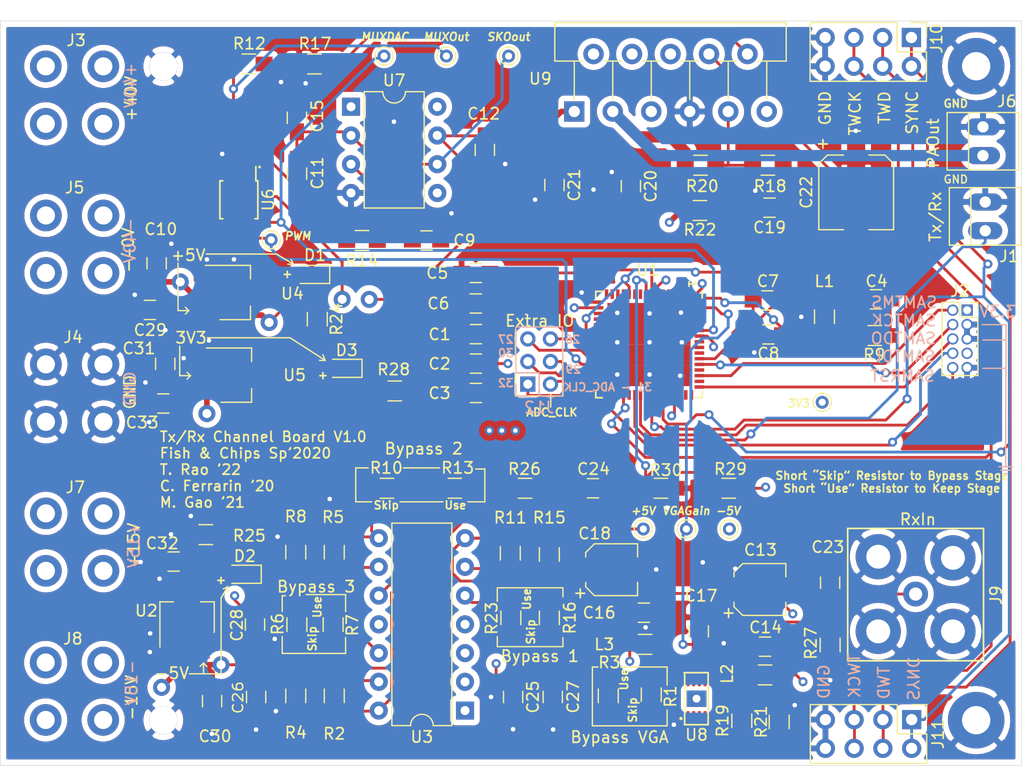
<source format=kicad_pcb>
(kicad_pcb (version 20171130) (host pcbnew "(5.1.12-1-10_14)")
  (layers (0 F.Cu mixed) (1 In1.Cu power) (2 In2.Cu power) (31 B.Cu mixed) (34 B.Paste user) (35 F.Paste user) (36 B.SilkS user) (37 F.SilkS user) (38 B.Mask user) (39 F.Mask user) (44 Edge.Cuts user))
  (net 0 "")
  (net 1 /Vin+)
  (net 2 GND)
  (net 3 +5V)
  (net 4 /IN+)
  (net 5 VDDCORE)
  (net 6 "Net-(C22-Pad2)")
  (net 7 ADCin)
  (net 8 /PrAin-)
  (net 9 GainIn)
  (net 10 /PrAin+)
  (net 11 SAMTCK)
  (net 12 SAMTMS)
  (net 13 SAMTDO)
  (net 14 SAMNRST)
  (net 15 TXRX)
  (net 16 SAMTDI)
  (net 17 PWM)
  (net 18 SKOut)
  (net 19 +40V)
  (net 20 -40V)
  (net 21 -5V)
  (net 22 PAOut)
  (net 23 +15V)
  (net 24 -15V)
  (net 25 MUXOut)
  (net 26 "Net-(C4-Pad2)")
  (net 27 "Net-(C14-Pad1)")
  (net 28 "Net-(C16-Pad1)")
  (net 29 "Net-(C19-Pad1)")
  (net 30 "Net-(C23-Pad2)")
  (net 31 "Net-(C23-Pad1)")
  (net 32 "Net-(C24-Pad2)")
  (net 33 "Net-(R2-Pad1)")
  (net 34 "Net-(R5-Pad1)")
  (net 35 "Net-(R11-Pad1)")
  (net 36 "Net-(R18-Pad1)")
  (net 37 "Net-(R19-Pad2)")
  (net 38 VGAGain)
  (net 39 ADVREF)
  (net 40 VDDPLL)
  (net 41 "Net-(R2-Pad2)")
  (net 42 "Net-(R10-Pad2)")
  (net 43 "Net-(R7-Pad2)")
  (net 44 "Net-(R10-Pad1)")
  (net 45 "Net-(R13-Pad2)")
  (net 46 "Net-(R23-Pad2)")
  (net 47 MUX_DAC)
  (net 48 SYNC)
  (net 49 TWD)
  (net 50 TWCK)
  (net 51 ExtraIO1)
  (net 52 ExtraIO3)
  (net 53 ExtraIO4)
  (net 54 ExtraIO5)
  (net 55 ExtraIO6)
  (net 56 "Net-(D1-Pad1)")
  (net 57 "Net-(D2-Pad2)")
  (net 58 "Net-(D3-Pad1)")
  (net 59 3.3V)
  (net 60 "Net-(C11-Pad2)")
  (net 61 "Net-(J2-Pad7)")
  (net 62 "Net-(U1-Pad62)")
  (net 63 "Net-(U1-Pad61)")
  (net 64 "Net-(U1-Pad57)")
  (net 65 "Net-(U1-Pad56)")
  (net 66 "Net-(U1-Pad55)")
  (net 67 "Net-(U1-Pad52)")
  (net 68 "Net-(U1-Pad50)")
  (net 69 "Net-(U1-Pad48)")
  (net 70 "Net-(U1-Pad47)")
  (net 71 "Net-(U1-Pad44)")
  (net 72 "Net-(U1-Pad42)")
  (net 73 "Net-(U1-Pad40)")
  (net 74 "Net-(U1-Pad37)")
  (net 75 "Net-(U1-Pad35)")
  (net 76 "Net-(U1-Pad34)")
  (net 77 "Net-(U1-Pad25)")
  (net 78 "Net-(U1-Pad23)")
  (net 79 "Net-(U1-Pad22)")
  (net 80 "Net-(U1-Pad21)")
  (net 81 "Net-(U1-Pad20)")
  (net 82 "Net-(U1-Pad19)")
  (net 83 "Net-(U1-Pad16)")
  (net 84 "Net-(U1-Pad15)")
  (net 85 "Net-(U1-Pad14)")
  (net 86 "Net-(U1-Pad13)")
  (net 87 "Net-(U1-Pad11)")
  (net 88 "Net-(U1-Pad10)")
  (net 89 "Net-(U1-Pad6)")
  (net 90 "Net-(U1-Pad5)")
  (net 91 "Net-(U1-Pad4)")
  (net 92 "Net-(U1-Pad3)")
  (net 93 "Net-(U6-Pad7)")
  (net 94 "Net-(U6-Pad5)")
  (net 95 "Net-(U7-Pad1)")
  (net 96 "Net-(U7-Pad5)")
  (net 97 "Net-(U7-Pad8)")
  (net 98 ADC_CLK)
  (module Connectors:PINTST (layer F.Cu) (at 82.73 66.34)
    (fp_text reference PWM (at 2.35 -0.33) (layer F.SilkS) (effects (font (size 0.7 0.7) (thickness 0.15) italic)))
    (fp_text value PINTST)
    (pad 1 thru_hole circle (at 0 0) (size 1.143 1.143) (drill 0.635) (layers *.Cu *.Mask) (net 17 PWM))
  )
  (module Capacitors_SMD:C_0805_HandSoldering (layer F.Cu) (at 85.01 60.49 270)
    (fp_text reference C11 (at -0.05 -1.8 90) (layer F.SilkS))
    (fp_text value 2.2nF)
    (pad 1 smd rect (at -1.25 0 270) (size 1.5 1.25) (layers F.Cu F.Paste F.Mask) (net 18 SKOut))
    (pad 2 smd rect (at 1.25 0 270) (size 1.5 1.25) (layers F.Cu F.Paste F.Mask) (net 60 "Net-(C11-Pad2)"))
  )
  (module Socket_Strips:Socket_Strip_Straight_2x05_Pitch1.27mm (layer F.Cu) (at 144.2 72.56)
    (fp_text reference J2 (at -0.635 -1.695) (layer F.SilkS))
    (fp_text value Conn_02x05_Odd_Even)
    (pad 1 thru_hole rect (at 0 0) (size 1 1) (drill 0.7) (layers *.Cu *.Mask) (net 59 3.3V))
    (pad 2 thru_hole oval (at -1.27 0) (size 1 1) (drill 0.7) (layers *.Cu *.Mask) (net 12 SAMTMS))
    (pad 3 thru_hole oval (at 0 1.27) (size 1 1) (drill 0.7) (layers *.Cu *.Mask) (net 2 GND))
    (pad 4 thru_hole oval (at -1.27 1.27) (size 1 1) (drill 0.7) (layers *.Cu *.Mask) (net 11 SAMTCK))
    (pad 5 thru_hole oval (at 0 2.54) (size 1 1) (drill 0.7) (layers *.Cu *.Mask) (net 2 GND))
    (pad 6 thru_hole oval (at -1.27 2.54) (size 1 1) (drill 0.7) (layers *.Cu *.Mask) (net 13 SAMTDO))
    (pad 7 thru_hole oval (at 0 3.81) (size 1 1) (drill 0.7) (layers *.Cu *.Mask) (net 61 "Net-(J2-Pad7)"))
    (pad 8 thru_hole oval (at -1.27 3.81) (size 1 1) (drill 0.7) (layers *.Cu *.Mask) (net 16 SAMTDI))
    (pad 9 thru_hole oval (at 0 5.08) (size 1 1) (drill 0.7) (layers *.Cu *.Mask) (net 2 GND))
    (pad 10 thru_hole oval (at -1.27 5.08) (size 1 1) (drill 0.7) (layers *.Cu *.Mask) (net 14 SAMNRST))
  )
  (module Capacitors_SMD:C_0805_HandSoldering (layer F.Cu) (at 73.2 80.81)
    (fp_text reference C33 (at -1.87 1.68) (layer F.SilkS))
    (fp_text value 1uF)
    (pad 1 smd rect (at -1.25 0) (size 1.5 1.25) (layers F.Cu F.Paste F.Mask) (net 2 GND))
    (pad 2 smd rect (at 1.25 0) (size 1.5 1.25) (layers F.Cu F.Paste F.Mask) (net 23 +15V))
  )
  (module Capacitors_SMD:C_0805_HandSoldering (layer F.Cu) (at 74.11 94.78 180)
    (fp_text reference C32 (at 1.01 1.61) (layer F.SilkS))
    (fp_text value 0.1uF)
    (pad 1 smd rect (at -1.25 0 180) (size 1.5 1.25) (layers F.Cu F.Paste F.Mask) (net 24 -15V))
    (pad 2 smd rect (at 1.25 0 180) (size 1.5 1.25) (layers F.Cu F.Paste F.Mask) (net 2 GND))
  )
  (module Capacitors_SMD:C_0805_HandSoldering (layer F.Cu) (at 73.37 77.3 90)
    (fp_text reference C31 (at 1.36 -2.32) (layer F.SilkS))
    (fp_text value 22µF)
    (pad 1 smd rect (at -1.25 0 90) (size 1.5 1.25) (layers F.Cu F.Paste F.Mask) (net 59 3.3V))
    (pad 2 smd rect (at 1.25 0 90) (size 1.5 1.25) (layers F.Cu F.Paste F.Mask) (net 2 GND))
  )
  (module Capacitors_SMD:C_0805_HandSoldering (layer F.Cu) (at 77.51 107.12 90)
    (fp_text reference C30 (at -3.1 0.26 180) (layer F.SilkS))
    (fp_text value 0.1uF)
    (pad 1 smd rect (at -1.25 0 90) (size 1.5 1.25) (layers F.Cu F.Paste F.Mask) (net 2 GND))
    (pad 2 smd rect (at 1.25 0 90) (size 1.5 1.25) (layers F.Cu F.Paste F.Mask) (net 21 -5V))
  )
  (module Capacitors_SMD:C_0805_HandSoldering (layer F.Cu) (at 72.02 72.54)
    (fp_text reference C29 (at 0.02 1.78) (layer F.SilkS))
    (fp_text value 10uF)
    (pad 1 smd rect (at -1.25 0) (size 1.5 1.25) (layers F.Cu F.Paste F.Mask) (net 2 GND))
    (pad 2 smd rect (at 1.25 0) (size 1.5 1.25) (layers F.Cu F.Paste F.Mask) (net 3 +5V))
  )
  (module Capacitors_SMD:C_0805_HandSoldering (layer F.Cu) (at 107.75 61.5 270)
    (fp_text reference C21 (at 0 -1.75 90) (layer F.SilkS))
    (fp_text value 0.1µF)
    (pad 1 smd rect (at -1.25 0 270) (size 1.5 1.25) (layers F.Cu F.Paste F.Mask) (net 19 +40V))
    (pad 2 smd rect (at 1.25 0 270) (size 1.5 1.25) (layers F.Cu F.Paste F.Mask) (net 2 GND))
  )
  (module Capacitors_SMD:C_0805_HandSoldering (layer F.Cu) (at 114.5 61.6 270)
    (fp_text reference C20 (at 0 -1.75 90) (layer F.SilkS))
    (fp_text value 0.1µF)
    (pad 1 smd rect (at -1.25 0 270) (size 1.5 1.25) (layers F.Cu F.Paste F.Mask) (net 2 GND))
    (pad 2 smd rect (at 1.25 0 270) (size 1.5 1.25) (layers F.Cu F.Paste F.Mask) (net 20 -40V))
  )
  (module Capacitors_SMD:C_0805_HandSoldering (layer F.Cu) (at 72.61 68.42 270)
    (fp_text reference C10 (at -3.02 -0.37 180) (layer F.SilkS))
    (fp_text value 1uF)
    (pad 1 smd rect (at -1.25 0 270) (size 1.5 1.25) (layers F.Cu F.Paste F.Mask) (net 2 GND))
    (pad 2 smd rect (at 1.25 0 270) (size 1.5 1.25) (layers F.Cu F.Paste F.Mask) (net 23 +15V))
  )
  (module Connectors_TE-Connectivity:BNC_Socket_TYCO-AMP_LargePads (layer F.Cu) (at 140.95 95.85 270)
    (fp_text reference J9 (at 1.9 -5.8 270) (layer F.SilkS))
    (fp_text value Conn_Coaxial)
    (pad 2 thru_hole circle (at -1.5 4.6 270) (size 4 4) (drill 2.11) (layers *.Cu *.Mask) (net 2 GND))
    (pad 2 thru_hole circle (at -1.4 -2 270) (size 4 4) (drill 2.11) (layers *.Cu *.Mask) (net 2 GND))
    (pad 2 thru_hole circle (at 5.1 -2 270) (size 4 4) (drill 2.11) (layers *.Cu *.Mask) (net 2 GND))
    (pad 2 thru_hole circle (at 5.1 4.6 270) (size 4 4) (drill 2.11) (layers *.Cu *.Mask) (net 2 GND))
    (pad 1 thru_hole circle (at 1.8 1.3 270) (size 2.2 2.2) (drill 1.17) (layers *.Cu *.Mask) (net 31 "Net-(C23-Pad1)"))
  )
  (module Pin_Headers:Pin_Header_Straight_2x04_Pitch2.54mm (layer F.Cu) (at 139.3 108.75 270)
    (fp_text reference J11 (at 1.27 -2.33 90) (layer F.SilkS))
    (fp_text value Conn_02x04_Row_Letter_Last)
    (pad 1 thru_hole rect (at 0 0 270) (size 1.7 1.7) (drill 1) (layers *.Cu *.Mask) (net 48 SYNC))
    (pad 2 thru_hole oval (at 2.54 0 270) (size 1.7 1.7) (drill 1) (layers *.Cu *.Mask) (net 48 SYNC))
    (pad 3 thru_hole oval (at 0 2.54 270) (size 1.7 1.7) (drill 1) (layers *.Cu *.Mask) (net 49 TWD))
    (pad 4 thru_hole oval (at 2.54 2.54 270) (size 1.7 1.7) (drill 1) (layers *.Cu *.Mask) (net 49 TWD))
    (pad 5 thru_hole oval (at 0 5.08 270) (size 1.7 1.7) (drill 1) (layers *.Cu *.Mask) (net 50 TWCK))
    (pad 6 thru_hole oval (at 2.54 5.08 270) (size 1.7 1.7) (drill 1) (layers *.Cu *.Mask) (net 50 TWCK))
    (pad 7 thru_hole oval (at 0 7.62 270) (size 1.7 1.7) (drill 1) (layers *.Cu *.Mask) (net 2 GND))
    (pad 8 thru_hole oval (at 2.54 7.62 270) (size 1.7 1.7) (drill 1) (layers *.Cu *.Mask) (net 2 GND))
  )
  (module Pin_Headers:Pin_Header_Straight_2x03_Pitch2.00mm (layer B.Cu) (at 105.4 79.1)
    (fp_text reference J12 (at 1 2.06) (layer B.SilkS) (effects (justify mirror)))
    (fp_text value Conn_01x06)
    (pad 1 thru_hole rect (at 0 0) (size 1.35 1.35) (drill 0.8) (layers *.Cu *.Mask) (net 51 ExtraIO1))
    (pad 2 thru_hole oval (at 2 0) (size 1.35 1.35) (drill 0.8) (layers *.Cu *.Mask) (net 98 ADC_CLK))
    (pad 3 thru_hole oval (at 0 -2) (size 1.35 1.35) (drill 0.8) (layers *.Cu *.Mask) (net 52 ExtraIO3))
    (pad 4 thru_hole oval (at 2 -2) (size 1.35 1.35) (drill 0.8) (layers *.Cu *.Mask) (net 53 ExtraIO4))
    (pad 5 thru_hole oval (at 0 -4) (size 1.35 1.35) (drill 0.8) (layers *.Cu *.Mask) (net 54 ExtraIO5))
    (pad 6 thru_hole oval (at 2 -4) (size 1.35 1.35) (drill 0.8) (layers *.Cu *.Mask) (net 55 ExtraIO6))
  )
  (module Pin_Headers:Pin_Header_Straight_2x04_Pitch2.54mm (layer F.Cu) (at 139.28 48.46 270)
    (fp_text reference J10 (at 0.09 -2.22 90) (layer F.SilkS))
    (fp_text value Conn_02x04_Row_Letter_Last)
    (pad 1 thru_hole rect (at 0 0 270) (size 1.7 1.7) (drill 1) (layers *.Cu *.Mask) (net 48 SYNC))
    (pad 2 thru_hole oval (at 2.54 0 270) (size 1.7 1.7) (drill 1) (layers *.Cu *.Mask) (net 48 SYNC))
    (pad 3 thru_hole oval (at 0 2.54 270) (size 1.7 1.7) (drill 1) (layers *.Cu *.Mask F.Paste) (net 49 TWD))
    (pad 4 thru_hole oval (at 2.54 2.54 270) (size 1.7 1.7) (drill 1) (layers *.Cu *.Mask) (net 49 TWD))
    (pad 5 thru_hole oval (at 0 5.08 270) (size 1.7 1.7) (drill 1) (layers *.Cu *.Mask) (net 50 TWCK))
    (pad 6 thru_hole oval (at 2.54 5.08 270) (size 1.7 1.7) (drill 1) (layers *.Cu *.Mask) (net 50 TWCK))
    (pad 7 thru_hole oval (at 0 7.62 270) (size 1.7 1.7) (drill 1) (layers *.Cu *.Mask) (net 2 GND))
    (pad 8 thru_hole oval (at 2.54 7.62 270) (size 1.7 1.7) (drill 1) (layers *.Cu *.Mask) (net 2 GND))
  )
  (module Resistors_SMD:R_0805_HandSoldering (layer F.Cu) (at 93.65 79.7 180)
    (fp_text reference R28 (at 0.1 1.9) (layer F.SilkS))
    (fp_text value 120Ω)
    (pad 1 smd rect (at -1.35 0 180) (size 1.5 1.3) (layers F.Cu F.Paste F.Mask) (net 58 "Net-(D3-Pad1)"))
    (pad 2 smd rect (at 1.35 0 180) (size 1.5 1.3) (layers F.Cu F.Paste F.Mask) (net 2 GND))
  )
  (module Resistors_SMD:R_0805_HandSoldering (layer F.Cu) (at 76.95 92.4 180)
    (fp_text reference R25 (at -3.85 -0.1) (layer F.SilkS))
    (fp_text value 300Ω)
    (pad 1 smd rect (at -1.35 0 180) (size 1.5 1.3) (layers F.Cu F.Paste F.Mask) (net 57 "Net-(D2-Pad2)"))
    (pad 2 smd rect (at 1.35 0 180) (size 1.5 1.3) (layers F.Cu F.Paste F.Mask) (net 2 GND))
  )
  (module Resistors_SMD:R_0805_HandSoldering (layer F.Cu) (at 86.8 73.35 270)
    (fp_text reference R24 (at 0 -1.7 90) (layer F.SilkS))
    (fp_text value 300Ω)
    (pad 1 smd rect (at -1.35 0 270) (size 1.5 1.3) (layers F.Cu F.Paste F.Mask) (net 56 "Net-(D1-Pad1)"))
    (pad 2 smd rect (at 1.35 0 270) (size 1.5 1.3) (layers F.Cu F.Paste F.Mask) (net 2 GND))
  )
  (module Diodes_SMD:D_0805 (layer F.Cu) (at 89.15 77.7 180)
    (fp_text reference D3 (at -0.25 1.6) (layer F.SilkS))
    (fp_text value LED)
    (pad 1 smd rect (at -1.05 0 180) (size 0.8 0.9) (layers F.Cu F.Paste F.Mask) (net 58 "Net-(D3-Pad1)"))
    (pad 2 smd rect (at 1.05 0 180) (size 0.8 0.9) (layers F.Cu F.Paste F.Mask) (net 59 3.3V))
  )
  (module Diodes_SMD:D_0805 (layer F.Cu) (at 80.25 95.9 180)
    (fp_text reference D2 (at -0.15 1.6) (layer F.SilkS))
    (fp_text value LED)
    (pad 1 smd rect (at -1.05 0 180) (size 0.8 0.9) (layers F.Cu F.Paste F.Mask) (net 21 -5V))
    (pad 2 smd rect (at 1.05 0 180) (size 0.8 0.9) (layers F.Cu F.Paste F.Mask) (net 57 "Net-(D2-Pad2)"))
  )
  (module Diodes_SMD:D_0805 (layer F.Cu) (at 86.3 69.4 180)
    (fp_text reference D1 (at -0.3 1.7) (layer F.SilkS))
    (fp_text value LED)
    (pad 1 smd rect (at -1.05 0 180) (size 0.8 0.9) (layers F.Cu F.Paste F.Mask) (net 56 "Net-(D1-Pad1)"))
    (pad 2 smd rect (at 1.05 0 180) (size 0.8 0.9) (layers F.Cu F.Paste F.Mask) (net 3 +5V))
  )
  (module Mounting_Holes:MountingHole_2.5mm (layer F.Cu) (at 73.2 51)
    (fp_text reference REF** hide)
    (fp_text value MountingHole_2.5mm)
    (pad 1 thru_hole circle (at 0 0) (size 2.5 2.5) (drill 2.5) (layers *.Cu *.Mask) (net 2 GND))
  )
  (module Mounting_Holes:MountingHole_2.5mm (layer F.Cu) (at 73.2 108.8)
    (fp_text reference REF** hide)
    (fp_text value MountingHole_2.5mm)
    (pad 1 thru_hole circle (at 0 0) (size 2.5 2.5) (drill 2.5) (layers *.Cu *.Mask) (net 2 GND))
  )
  (module Mounting_Holes:MountingHole_2.5mm_Pad (layer F.Cu) (at 145 108.8)
    (fp_text reference REF** hide)
    (fp_text value MountingHole_2.5mm_Pad)
    (pad 1 thru_hole circle (at 0 0) (size 5 5) (drill 2.5) (layers *.Cu *.Mask) (net 2 GND))
  )
  (module Mounting_Holes:MountingHole_2.5mm_Pad (layer F.Cu) (at 145 51)
    (fp_text reference REF** hide)
    (fp_text value MountingHole_2.5mm_Pad)
    (pad 1 thru_hole circle (at 0 0) (size 5 5) (drill 2.5) (layers *.Cu *.Mask) (net 2 GND))
  )
  (module Connectors:PINTST (layer F.Cu) (at 119.4 91.9)
    (fp_text reference VGAGain (at 0 -1.6) (layer F.SilkS) (effects (font (size 0.7 0.7) (thickness 0.15) italic)))
    (fp_text value PINTST)
    (pad 1 thru_hole circle (at 0 0) (size 1.143 1.143) (drill 0.635) (layers *.Cu *.Mask) (net 38 VGAGain))
  )
  (module Connectors:PINTST (layer F.Cu) (at 131.4 80.7)
    (fp_text reference 3V3 (at -2.1 0.1) (layer F.SilkS) (effects (font (size 0.7 0.7) (thickness 0.15) italic)))
    (fp_text value PINTST)
    (pad 1 thru_hole circle (at 0 0) (size 1.143 1.143) (drill 0.635) (layers *.Cu *.Mask) (net 39 ADVREF))
  )
  (module Connectors:PINTST (layer F.Cu) (at 123.2 91.9)
    (fp_text reference -5V (at -0.1 -1.6) (layer F.SilkS) (effects (font (size 0.7 0.7) (thickness 0.15) italic)))
    (fp_text value PINTST)
    (pad 1 thru_hole circle (at 0 0) (size 1.143 1.143) (drill 0.635) (layers *.Cu *.Mask) (net 21 -5V))
  )
  (module Connectors:PINTST (layer F.Cu) (at 115.6 91.9)
    (fp_text reference +5V (at 0 -1.6) (layer F.SilkS) (effects (font (size 0.7 0.7) (thickness 0.15) italic)))
    (fp_text value PINTST)
    (pad 1 thru_hole circle (at 0 0) (size 1.143 1.143) (drill 0.635) (layers *.Cu *.Mask) (net 3 +5V))
  )
  (module Connectors:PINTST (layer F.Cu) (at 103.7 50.1)
    (fp_text reference SKOout (at 0 -1.7 180) (layer F.SilkS) (effects (font (size 0.7 0.7) (thickness 0.15) italic)))
    (fp_text value PINTST)
    (pad 1 thru_hole circle (at 0 0) (size 1.143 1.143) (drill 0.635) (layers *.Cu *.Mask) (net 18 SKOut))
  )
  (module Connectors:PINTST (layer F.Cu) (at 98.2 50.1)
    (fp_text reference MUXOut (at 0 -1.7) (layer F.SilkS) (effects (font (size 0.7 0.7) (thickness 0.15) italic)))
    (fp_text value PINTST)
    (pad 1 thru_hole circle (at 0 0) (size 1.143 1.143) (drill 0.635) (layers *.Cu *.Mask) (net 25 MUXOut))
  )
  (module Connectors:PINTST (layer F.Cu) (at 92.7 50.1)
    (fp_text reference MUXDAC (at 0.1 -1.7) (layer F.SilkS) (effects (font (size 0.7 0.7) (thickness 0.15) italic)))
    (fp_text value PINTST)
    (pad 1 thru_hole circle (at 0 0) (size 1.143 1.143) (drill 0.635) (layers *.Cu *.Mask) (net 47 MUX_DAC))
  )
  (module TO_SOT_Packages_THT:TO-220-11_Vertical_StaggeredType1 (layer F.Cu) (at 109.5 55)
    (fp_text reference U9 (at -3 -2.9) (layer F.SilkS))
    (fp_text value LM3886T)
    (pad 1 thru_hole rect (at 0 0) (size 1.8 1.8) (drill 1) (layers *.Cu *.Mask) (net 19 +40V))
    (pad 2 thru_hole oval (at 1.7 -5.08) (size 1.8 1.8) (drill 1) (layers *.Cu *.Mask))
    (pad 3 thru_hole oval (at 3.4 0) (size 1.8 1.8) (drill 1) (layers *.Cu *.Mask) (net 22 PAOut))
    (pad 4 thru_hole oval (at 5.1 -5.08) (size 1.8 1.8) (drill 1) (layers *.Cu *.Mask) (net 20 -40V))
    (pad 5 thru_hole oval (at 6.8 0) (size 1.8 1.8) (drill 1) (layers *.Cu *.Mask) (net 19 +40V))
    (pad 6 thru_hole oval (at 8.5 -5.08) (size 1.8 1.8) (drill 1) (layers *.Cu *.Mask))
    (pad 7 thru_hole oval (at 10.2 0) (size 1.8 1.8) (drill 1) (layers *.Cu *.Mask) (net 2 GND))
    (pad 8 thru_hole oval (at 11.9 -5.08) (size 1.8 1.8) (drill 1) (layers *.Cu *.Mask) (net 6 "Net-(C22-Pad2)"))
    (pad 9 thru_hole oval (at 13.6 0) (size 1.8 1.8) (drill 1) (layers *.Cu *.Mask) (net 36 "Net-(R18-Pad1)"))
    (pad 10 thru_hole oval (at 15.3 -5.08) (size 1.8 1.8) (drill 1) (layers *.Cu *.Mask) (net 4 /IN+))
    (pad 11 thru_hole oval (at 17 0) (size 1.8 1.8) (drill 1) (layers *.Cu *.Mask))
  )
  (module BoatCentralBoard:Banana_Jack_4Pin (layer F.Cu) (at 65.36 53.55)
    (fp_text reference J3 (at 0.14 -4.84 180) (layer F.SilkS))
    (fp_text value Conn_01x01)
    (pad 1 thru_hole circle (at -2.54 2.54) (size 2.8 2.8) (drill 1.6) (layers *.Cu *.Mask) (net 19 +40V))
    (pad 1 thru_hole circle (at 2.54 2.54) (size 2.8 2.8) (drill 1.6) (layers *.Cu *.Mask) (net 19 +40V))
    (pad 1 thru_hole circle (at 2.54 -2.54) (size 2.8 2.8) (drill 1.6) (layers *.Cu *.Mask) (net 19 +40V))
    (pad 1 thru_hole circle (at -2.54 -2.54) (size 2.8 2.8) (drill 1.6) (layers *.Cu *.Mask) (net 19 +40V))
  )
  (module BoatCentralBoard:Banana_Jack_4Pin (layer F.Cu) (at 65.35 106.24)
    (fp_text reference J8 (at -0.14 -4.64 180) (layer F.SilkS))
    (fp_text value Conn_01x01)
    (pad 1 thru_hole circle (at -2.54 2.54) (size 2.8 2.8) (drill 1.6) (layers *.Cu *.Mask) (net 24 -15V))
    (pad 1 thru_hole circle (at 2.54 2.54) (size 2.8 2.8) (drill 1.6) (layers *.Cu *.Mask) (net 24 -15V))
    (pad 1 thru_hole circle (at 2.54 -2.54) (size 2.8 2.8) (drill 1.6) (layers *.Cu *.Mask) (net 24 -15V))
    (pad 1 thru_hole circle (at -2.54 -2.54) (size 2.8 2.8) (drill 1.6) (layers *.Cu *.Mask) (net 24 -15V))
  )
  (module BoatCentralBoard:Banana_Jack_4Pin (layer F.Cu) (at 65.37 93.06)
    (fp_text reference J7 (at 0.06 -4.84 180) (layer F.SilkS))
    (fp_text value Conn_01x01)
    (pad 1 thru_hole circle (at -2.54 2.54) (size 2.8 2.8) (drill 1.6) (layers *.Cu *.Mask) (net 23 +15V))
    (pad 1 thru_hole circle (at 2.54 2.54) (size 2.8 2.8) (drill 1.6) (layers *.Cu *.Mask) (net 23 +15V))
    (pad 1 thru_hole circle (at 2.54 -2.54) (size 2.8 2.8) (drill 1.6) (layers *.Cu *.Mask) (net 23 +15V))
    (pad 1 thru_hole circle (at -2.54 -2.54) (size 2.8 2.8) (drill 1.6) (layers *.Cu *.Mask) (net 23 +15V))
  )
  (module BoatCentralBoard:Banana_Jack_4Pin (layer F.Cu) (at 65.37 79.89)
    (fp_text reference J4 (at -0.14 -4.94 180) (layer F.SilkS))
    (fp_text value Conn_01x01)
    (pad 1 thru_hole circle (at -2.54 2.54) (size 2.8 2.8) (drill 1.6) (layers *.Cu *.Mask) (net 2 GND))
    (pad 1 thru_hole circle (at 2.54 2.54) (size 2.8 2.8) (drill 1.6) (layers *.Cu *.Mask) (net 2 GND))
    (pad 1 thru_hole circle (at 2.54 -2.54) (size 2.8 2.8) (drill 1.6) (layers *.Cu *.Mask) (net 2 GND))
    (pad 1 thru_hole circle (at -2.54 -2.54) (size 2.8 2.8) (drill 1.6) (layers *.Cu *.Mask) (net 2 GND))
  )
  (module BoatCentralBoard:Banana_Jack_4Pin (layer F.Cu) (at 65.37 66.73)
    (fp_text reference J5 (at 0 -5 180) (layer F.SilkS))
    (fp_text value Conn_01x01)
    (pad 1 thru_hole circle (at -2.54 2.54) (size 2.8 2.8) (drill 1.6) (layers *.Cu *.Mask) (net 20 -40V))
    (pad 1 thru_hole circle (at 2.54 2.54) (size 2.8 2.8) (drill 1.6) (layers *.Cu *.Mask) (net 20 -40V))
    (pad 1 thru_hole circle (at 2.54 -2.54) (size 2.8 2.8) (drill 1.6) (layers *.Cu *.Mask) (net 20 -40V))
    (pad 1 thru_hole circle (at -2.54 -2.54) (size 2.8 2.8) (drill 1.6) (layers *.Cu *.Mask) (net 20 -40V))
  )
  (module Resistors_SMD:R_0805_HandSoldering (layer F.Cu) (at 103.9 99.75 90)
    (fp_text reference R23 (at -0.05 -1.7 90) (layer F.SilkS))
    (fp_text value 0Ω)
    (pad 1 smd rect (at -1.35 0 90) (size 1.5 1.3) (layers F.Cu F.Paste F.Mask) (net 9 GainIn))
    (pad 2 smd rect (at 1.35 0 90) (size 1.5 1.3) (layers F.Cu F.Paste F.Mask) (net 46 "Net-(R23-Pad2)"))
  )
  (module Resistors_SMD:R_0805_HandSoldering (layer F.Cu) (at 107.3 99.75 90)
    (fp_text reference R16 (at 0 1.8 90) (layer F.SilkS))
    (fp_text value 0Ω)
    (pad 1 smd rect (at -1.35 0 90) (size 1.5 1.3) (layers F.Cu F.Paste F.Mask) (net 9 GainIn))
    (pad 2 smd rect (at 1.35 0 90) (size 1.5 1.3) (layers F.Cu F.Paste F.Mask) (net 44 "Net-(R10-Pad1)"))
  )
  (module Resistors_SMD:R_0805_HandSoldering (layer F.Cu) (at 98.95 88.3 180)
    (fp_text reference R13 (at -0.25 1.8) (layer F.SilkS))
    (fp_text value 0Ω)
    (pad 1 smd rect (at -1.35 0 180) (size 1.5 1.3) (layers F.Cu F.Paste F.Mask) (net 44 "Net-(R10-Pad1)"))
    (pad 2 smd rect (at 1.35 0 180) (size 1.5 1.3) (layers F.Cu F.Paste F.Mask) (net 45 "Net-(R13-Pad2)"))
  )
  (module Resistors_SMD:R_0805_HandSoldering (layer F.Cu) (at 92.95 88.3 180)
    (fp_text reference R10 (at 0.05 1.8) (layer F.SilkS))
    (fp_text value 0Ω)
    (pad 1 smd rect (at -1.35 0 180) (size 1.5 1.3) (layers F.Cu F.Paste F.Mask) (net 44 "Net-(R10-Pad1)"))
    (pad 2 smd rect (at 1.35 0 180) (size 1.5 1.3) (layers F.Cu F.Paste F.Mask) (net 42 "Net-(R10-Pad2)"))
  )
  (module Resistors_SMD:R_0805_HandSoldering (layer F.Cu) (at 88.2 100.35 270)
    (fp_text reference R7 (at 0.05 -1.7 90) (layer F.SilkS))
    (fp_text value 0Ω)
    (pad 1 smd rect (at -1.35 0 270) (size 1.5 1.3) (layers F.Cu F.Paste F.Mask) (net 42 "Net-(R10-Pad2)"))
    (pad 2 smd rect (at 1.35 0 270) (size 1.5 1.3) (layers F.Cu F.Paste F.Mask) (net 43 "Net-(R7-Pad2)"))
  )
  (module Resistors_SMD:R_0805_HandSoldering (layer F.Cu) (at 85 100.35 270)
    (fp_text reference R6 (at -0.05 1.7 90) (layer F.SilkS))
    (fp_text value 0Ω)
    (pad 1 smd rect (at -1.35 0 270) (size 1.5 1.3) (layers F.Cu F.Paste F.Mask) (net 42 "Net-(R10-Pad2)"))
    (pad 2 smd rect (at 1.35 0 270) (size 1.5 1.3) (layers F.Cu F.Paste F.Mask) (net 41 "Net-(R2-Pad2)"))
  )
  (module Resistors_SMD:R_0805_HandSoldering (layer F.Cu) (at 112.5 106.65 270)
    (fp_text reference R3 (at -2.95 -0.1 180) (layer F.SilkS))
    (fp_text value 0Ω)
    (pad 1 smd rect (at -1.35 0 270) (size 1.5 1.3) (layers F.Cu F.Paste F.Mask) (net 30 "Net-(C23-Pad2)"))
    (pad 2 smd rect (at 1.35 0 270) (size 1.5 1.3) (layers F.Cu F.Paste F.Mask) (net 10 /PrAin+))
  )
  (module Resistors_SMD:R_0805_HandSoldering (layer F.Cu) (at 116.3 106.55 270)
    (fp_text reference R1 (at 0.15 -1.7 90) (layer F.SilkS))
    (fp_text value 0Ω)
    (pad 1 smd rect (at -1.35 0 270) (size 1.5 1.3) (layers F.Cu F.Paste F.Mask) (net 30 "Net-(C23-Pad2)"))
    (pad 2 smd rect (at 1.35 0 270) (size 1.5 1.3) (layers F.Cu F.Paste F.Mask) (net 9 GainIn))
  )
  (module Capacitors_SMD:C_0805_HandSoldering (layer F.Cu) (at 81.3 100.35 90)
    (fp_text reference C28 (at -0.05 -1.6 90) (layer F.SilkS))
    (fp_text value 0.1uF)
    (pad 1 smd rect (at -1.25 0 90) (size 1.5 1.25) (layers F.Cu F.Paste F.Mask) (net 2 GND))
    (pad 2 smd rect (at 1.25 0 90) (size 1.5 1.25) (layers F.Cu F.Paste F.Mask) (net 21 -5V))
  )
  (module Capacitors_SMD:C_0805_HandSoldering (layer F.Cu) (at 107.6 106.75 90)
    (fp_text reference C27 (at 0 1.8 90) (layer F.SilkS))
    (fp_text value 0.1uF)
    (pad 1 smd rect (at -1.25 0 90) (size 1.5 1.25) (layers F.Cu F.Paste F.Mask) (net 2 GND))
    (pad 2 smd rect (at 1.25 0 90) (size 1.5 1.25) (layers F.Cu F.Paste F.Mask) (net 3 +5V))
  )
  (module Capacitors_SMD:C_0805_HandSoldering (layer F.Cu) (at 81.4 106.75 270)
    (fp_text reference C26 (at 0.05 1.6 270) (layer F.SilkS) (effects (font (size 0.9 1) (thickness 0.13))))
    (fp_text value 100nF)
    (pad 1 smd rect (at -1.25 0 270) (size 1.5 1.25) (layers F.Cu F.Paste F.Mask) (net 21 -5V))
    (pad 2 smd rect (at 1.25 0 270) (size 1.5 1.25) (layers F.Cu F.Paste F.Mask) (net 2 GND))
  )
  (module Capacitors_SMD:C_0805_HandSoldering (layer F.Cu) (at 104.1 106.75 270)
    (fp_text reference C25 (at 0 -1.75 90) (layer F.SilkS))
    (fp_text value 100nF)
    (pad 1 smd rect (at -1.25 0 270) (size 1.5 1.25) (layers F.Cu F.Paste F.Mask) (net 3 +5V))
    (pad 2 smd rect (at 1.25 0 270) (size 1.5 1.25) (layers F.Cu F.Paste F.Mask) (net 2 GND))
  )
  (module "Boat Channel Board Updated 1-7-20:AD8337_LFCSP8_3x3" (layer F.Cu) (at 120.375 108.45)
    (fp_text reference U8 (at -0.075 1.65) (layer F.SilkS))
    (fp_text value AD8337)
    (pad 9 thru_hole rect (at -0.075 -1.55) (size 1.74 1.45) (drill 0.7) (layers *.Cu *.Mask))
    (pad 6 smd rect (at 0.175 -3.15) (size 0.25 1) (layers F.Cu F.Paste F.Mask) (net 27 "Net-(C14-Pad1)"))
    (pad 8 smd rect (at -0.825 -3.15) (size 0.25 1) (layers F.Cu F.Paste F.Mask) (net 28 "Net-(C16-Pad1)"))
    (pad 7 smd rect (at -0.325 -3.15) (size 0.25 1) (layers F.Cu F.Paste F.Mask) (net 38 VGAGain))
    (pad 5 smd rect (at 0.675 -3.15) (size 0.25 1) (layers F.Cu F.Paste F.Mask) (net 37 "Net-(R19-Pad2)"))
    (pad 1 smd rect (at -0.825 0.05) (size 0.25 1) (layers F.Cu F.Paste F.Mask) (net 9 GainIn))
    (pad 2 smd rect (at -0.325 0.05) (size 0.25 1) (layers F.Cu F.Paste F.Mask) (net 2 GND))
    (pad 3 smd rect (at 0.175 0.05) (size 0.25 1) (layers F.Cu F.Paste F.Mask) (net 10 /PrAin+))
    (pad 4 smd rect (at 0.675 0.05) (size 0.25 1) (layers F.Cu F.Paste F.Mask) (net 8 /PrAin-))
  )
  (module Resistors_SMD:R_0805_HandSoldering (layer F.Cu) (at 105.15 88.3 180)
    (fp_text reference R26 (at 0.05 1.7) (layer F.SilkS))
    (fp_text value 1k)
    (pad 1 smd rect (at -1.35 0 180) (size 1.5 1.3) (layers F.Cu F.Paste F.Mask) (net 32 "Net-(C24-Pad2)"))
    (pad 2 smd rect (at 1.35 0 180) (size 1.5 1.3) (layers F.Cu F.Paste F.Mask) (net 41 "Net-(R2-Pad2)"))
  )
  (module TO_SOT_Packages_SMD:SOT-89-3_Handsoldering (layer F.Cu) (at 79.22 78.3)
    (fp_text reference U5 (at 5.58 0) (layer F.SilkS))
    (fp_text value AZ1117CH-3.3TRG1)
    (pad 1 smd rect (at -1.98 -1.5 270) (size 1 2.5) (layers F.Cu F.Paste F.Mask) (net 2 GND))
    (pad 2 smd rect (at -1.98 0 270) (size 1 2.5) (layers F.Cu F.Paste F.Mask) (net 59 3.3V))
    (pad 3 smd rect (at -1.98 1.5 270) (size 1 2.5) (layers F.Cu F.Paste F.Mask) (net 23 +15V))
    (pad 2 smd rect (at 1.98 0 270) (size 2 4) (layers F.Cu F.Paste F.Mask) (net 59 3.3V))
    (pad 2 smd trapezoid (at -0.37 0 90) (size 1.5 0.75) (rect_delta 0 0.5) (layers F.Cu F.Paste F.Mask) (net 59 3.3V))
  )
  (module TO_SOT_Packages_SMD:SOT-89-3_Handsoldering (layer F.Cu) (at 79.12 71)
    (fp_text reference U4 (at 5.48 0.1) (layer F.SilkS))
    (fp_text value ZXTR2005Z-13)
    (pad 1 smd rect (at -1.98 -1.5 270) (size 1 2.5) (layers F.Cu F.Paste F.Mask) (net 2 GND))
    (pad 2 smd rect (at -1.98 0 270) (size 1 2.5) (layers F.Cu F.Paste F.Mask) (net 23 +15V))
    (pad 3 smd rect (at -1.98 1.5 270) (size 1 2.5) (layers F.Cu F.Paste F.Mask) (net 3 +5V))
    (pad 2 smd rect (at 1.98 0 270) (size 2 4) (layers F.Cu F.Paste F.Mask) (net 23 +15V))
    (pad 2 smd trapezoid (at -0.37 0 90) (size 1.5 0.75) (rect_delta 0 0.5) (layers F.Cu F.Paste F.Mask) (net 23 +15V))
  )
  (module TO_SOT_Packages_SMD:SOT-89-3_Handsoldering (layer F.Cu) (at 75.3 100.12 90)
    (fp_text reference U2 (at 1 -3.6 180) (layer F.SilkS))
    (fp_text value L79L05_SOT89)
    (pad 1 smd rect (at -1.98 -1.5) (size 1 2.5) (layers F.Cu F.Paste F.Mask) (net 2 GND))
    (pad 2 smd rect (at -1.98 0) (size 1 2.5) (layers F.Cu F.Paste F.Mask) (net 24 -15V))
    (pad 3 smd rect (at -1.98 1.5) (size 1 2.5) (layers F.Cu F.Paste F.Mask) (net 21 -5V))
    (pad 2 smd rect (at 1.98 0) (size 2 4) (layers F.Cu F.Paste F.Mask) (net 24 -15V))
    (pad 2 smd trapezoid (at -0.37 0 180) (size 1.5 0.75) (rect_delta 0 0.5) (layers F.Cu F.Paste F.Mask) (net 24 -15V))
  )
  (module Housings_DIP:DIP-8_W7.62mm (layer F.Cu) (at 89.78 54.58)
    (fp_text reference U7 (at 3.81 -2.33) (layer F.SilkS))
    (fp_text value MCP601-xP)
    (pad 1 thru_hole rect (at 0 0) (size 1.6 1.6) (drill 0.8) (layers *.Cu *.Mask) (net 95 "Net-(U7-Pad1)"))
    (pad 5 thru_hole oval (at 7.62 7.62) (size 1.6 1.6) (drill 0.8) (layers *.Cu *.Mask) (net 96 "Net-(U7-Pad5)"))
    (pad 2 thru_hole oval (at 0 2.54) (size 1.6 1.6) (drill 0.8) (layers *.Cu *.Mask) (net 18 SKOut))
    (pad 6 thru_hole oval (at 7.62 5.08) (size 1.6 1.6) (drill 0.8) (layers *.Cu *.Mask) (net 18 SKOut))
    (pad 3 thru_hole oval (at 0 5.08) (size 1.6 1.6) (drill 0.8) (layers *.Cu *.Mask) (net 1 /Vin+))
    (pad 7 thru_hole oval (at 7.62 2.54) (size 1.6 1.6) (drill 0.8) (layers *.Cu *.Mask) (net 3 +5V))
    (pad 4 thru_hole oval (at 0 7.62) (size 1.6 1.6) (drill 0.8) (layers *.Cu *.Mask) (net 2 GND))
    (pad 8 thru_hole oval (at 7.62 0) (size 1.6 1.6) (drill 0.8) (layers *.Cu *.Mask) (net 97 "Net-(U7-Pad8)"))
  )
  (module Inductors_SMD:L_0805_HandSoldering (layer F.Cu) (at 131.6 73.15 270)
    (fp_text reference L1 (at -3.15 0 180) (layer F.SilkS))
    (fp_text value 10uH)
    (pad 1 smd rect (at -1.35 0 270) (size 1.5 1.3) (layers F.Cu F.Paste F.Mask) (net 5 VDDCORE))
    (pad 2 smd rect (at 1.35 0 270) (size 1.5 1.3) (layers F.Cu F.Paste F.Mask) (net 40 VDDPLL))
  )
  (module Inductors_SMD:L_0805_HandSoldering (layer F.Cu) (at 115.75 102.1)
    (fp_text reference L3 (at -3.6 0) (layer F.SilkS))
    (fp_text value 120nH)
    (pad 1 smd rect (at -1.35 0) (size 1.5 1.3) (layers F.Cu F.Paste F.Mask) (net 3 +5V))
    (pad 2 smd rect (at 1.35 0) (size 1.5 1.3) (layers F.Cu F.Paste F.Mask) (net 28 "Net-(C16-Pad1)"))
  )
  (module Inductors_SMD:L_0805_HandSoldering (layer F.Cu) (at 126.35 104.8 180)
    (fp_text reference L2 (at 3.35 0.1 90) (layer F.SilkS))
    (fp_text value 120nH)
    (pad 1 smd rect (at -1.35 0 180) (size 1.5 1.3) (layers F.Cu F.Paste F.Mask) (net 21 -5V))
    (pad 2 smd rect (at 1.35 0 180) (size 1.5 1.3) (layers F.Cu F.Paste F.Mask) (net 27 "Net-(C14-Pad1)"))
  )
  (module Connectors:PINHEAD1-2 (layer F.Cu) (at 145.8 65.54 90)
    (fp_text reference J1 (at -2.26 2.1 180) (layer F.SilkS))
    (fp_text value "TX/RX Switch")
    (pad 1 thru_hole oval (at 0 0 90) (size 1.51 3.01) (drill 1) (layers *.Cu *.Mask) (net 15 TXRX))
    (pad 2 thru_hole oval (at 2.54 0 90) (size 1.51 3.01) (drill 1) (layers *.Cu *.Mask) (net 2 GND))
  )
  (module Connectors:PINHEAD1-2 (layer F.Cu) (at 145.6 58.9 90)
    (fp_text reference J6 (at 4.8 2.1 180) (layer F.SilkS))
    (fp_text value Piezo)
    (pad 1 thru_hole oval (at 0 0 90) (size 1.51 3.01) (drill 1) (layers *.Cu *.Mask) (net 22 PAOut))
    (pad 2 thru_hole oval (at 2.54 0 90) (size 1.51 3.01) (drill 1) (layers *.Cu *.Mask) (net 2 GND))
  )
  (module Capacitors_SMD:CP_Elec_4x5.7 (layer F.Cu) (at 112.8 95.5)
    (fp_text reference C18 (at -1.5 -3.2) (layer F.SilkS))
    (fp_text value 10µF)
    (fp_text user + (at -2.77 2.01) (layer F.SilkS))
    (pad 1 smd rect (at -1.8 0 180) (size 2.6 1.6) (layers F.Cu F.Paste F.Mask) (net 3 +5V))
    (pad 2 smd rect (at 1.8 0 180) (size 2.6 1.6) (layers F.Cu F.Paste F.Mask) (net 2 GND))
  )
  (module Capacitors_SMD:C_0805_HandSoldering (layer F.Cu) (at 126.35 102.3)
    (fp_text reference C14 (at 0.05 -1.7) (layer F.SilkS))
    (fp_text value 0.1µF)
    (pad 1 smd rect (at -1.25 0) (size 1.5 1.25) (layers F.Cu F.Paste F.Mask) (net 27 "Net-(C14-Pad1)"))
    (pad 2 smd rect (at 1.25 0) (size 1.5 1.25) (layers F.Cu F.Paste F.Mask) (net 2 GND))
  )
  (module Capacitors_SMD:CP_Elec_4x5.7 (layer F.Cu) (at 125.9 97.25)
    (fp_text reference C13 (at 0.05 -3.5) (layer F.SilkS))
    (fp_text value 10µF)
    (fp_text user + (at -2.77 2.01) (layer F.SilkS))
    (pad 1 smd rect (at -1.8 0 180) (size 2.6 1.6) (layers F.Cu F.Paste F.Mask) (net 2 GND))
    (pad 2 smd rect (at 1.8 0 180) (size 2.6 1.6) (layers F.Cu F.Paste F.Mask) (net 21 -5V))
  )
  (module Capacitors_SMD:C_0805_HandSoldering (layer F.Cu) (at 126.75 63.5 180)
    (fp_text reference C19 (at 0 -1.75) (layer F.SilkS))
    (fp_text value 22µF)
    (pad 1 smd rect (at -1.25 0 180) (size 1.5 1.25) (layers F.Cu F.Paste F.Mask) (net 29 "Net-(C19-Pad1)"))
    (pad 2 smd rect (at 1.25 0 180) (size 1.5 1.25) (layers F.Cu F.Paste F.Mask) (net 2 GND))
  )
  (module Capacitors_SMD:CP_Elec_6.3x5.7 (layer F.Cu) (at 134.4 62.15 270)
    (fp_text reference C22 (at 0 4.4 270) (layer F.SilkS))
    (fp_text value 100µF)
    (fp_text user + (at -4.28 3.01 90) (layer F.SilkS))
    (pad 1 smd rect (at -2.7 0 90) (size 3.5 1.6) (layers F.Cu F.Paste F.Mask) (net 2 GND))
    (pad 2 smd rect (at 2.7 0 90) (size 3.5 1.6) (layers F.Cu F.Paste F.Mask) (net 6 "Net-(C22-Pad2)"))
  )
  (module Housings_DIP:DIP-14_W7.62mm (layer F.Cu) (at 99.85 107.95 180)
    (fp_text reference U3 (at 3.81 -2.33) (layer F.SilkS))
    (fp_text value TL084CP)
    (pad 1 thru_hole rect (at 0 0 180) (size 1.6 1.6) (drill 0.8) (layers *.Cu *.Mask))
    (pad 8 thru_hole oval (at 7.62 15.24 180) (size 1.6 1.6) (drill 0.8) (layers *.Cu *.Mask) (net 42 "Net-(R10-Pad2)"))
    (pad 2 thru_hole oval (at 0 2.54 180) (size 1.6 1.6) (drill 0.8) (layers *.Cu *.Mask))
    (pad 9 thru_hole oval (at 7.62 12.7 180) (size 1.6 1.6) (drill 0.8) (layers *.Cu *.Mask) (net 34 "Net-(R5-Pad1)"))
    (pad 3 thru_hole oval (at 0 5.08 180) (size 1.6 1.6) (drill 0.8) (layers *.Cu *.Mask))
    (pad 10 thru_hole oval (at 7.62 10.16 180) (size 1.6 1.6) (drill 0.8) (layers *.Cu *.Mask) (net 45 "Net-(R13-Pad2)"))
    (pad 4 thru_hole oval (at 0 7.62 180) (size 1.6 1.6) (drill 0.8) (layers *.Cu *.Mask) (net 3 +5V))
    (pad 11 thru_hole oval (at 7.62 7.62 180) (size 1.6 1.6) (drill 0.8) (layers *.Cu *.Mask) (net 21 -5V))
    (pad 5 thru_hole oval (at 0 10.16 180) (size 1.6 1.6) (drill 0.8) (layers *.Cu *.Mask) (net 46 "Net-(R23-Pad2)"))
    (pad 12 thru_hole oval (at 7.62 5.08 180) (size 1.6 1.6) (drill 0.8) (layers *.Cu *.Mask) (net 43 "Net-(R7-Pad2)"))
    (pad 6 thru_hole oval (at 0 12.7 180) (size 1.6 1.6) (drill 0.8) (layers *.Cu *.Mask) (net 35 "Net-(R11-Pad1)"))
    (pad 13 thru_hole oval (at 7.62 2.54 180) (size 1.6 1.6) (drill 0.8) (layers *.Cu *.Mask) (net 33 "Net-(R2-Pad1)"))
    (pad 7 thru_hole oval (at 0 15.24 180) (size 1.6 1.6) (drill 0.8) (layers *.Cu *.Mask) (net 44 "Net-(R10-Pad1)"))
    (pad 14 thru_hole oval (at 7.62 0 180) (size 1.6 1.6) (drill 0.8) (layers *.Cu *.Mask) (net 41 "Net-(R2-Pad2)"))
  )
  (module Capacitors_SMD:C_0805_HandSoldering (layer F.Cu) (at 96.45 66.4)
    (fp_text reference C9 (at 3.35 0) (layer F.SilkS))
    (fp_text value 10pF)
    (pad 1 smd rect (at -1.25 0) (size 1.5 1.25) (layers F.Cu F.Paste F.Mask) (net 1 /Vin+))
    (pad 2 smd rect (at 1.25 0) (size 1.5 1.25) (layers F.Cu F.Paste F.Mask) (net 2 GND))
  )
  (module Capacitors_SMD:C_0805_HandSoldering (layer F.Cu) (at 101.6 58.4 90)
    (fp_text reference C12 (at 3.2 -0.1 180) (layer F.SilkS))
    (fp_text value 0.1µF)
    (pad 1 smd rect (at -1.25 0 90) (size 1.5 1.25) (layers F.Cu F.Paste F.Mask) (net 2 GND))
    (pad 2 smd rect (at 1.25 0 90) (size 1.5 1.25) (layers F.Cu F.Paste F.Mask) (net 3 +5V))
  )
  (module Capacitors_SMD:C_0805_HandSoldering (layer F.Cu) (at 85 55.55 270)
    (fp_text reference C15 (at -0.15 -1.8 90) (layer F.SilkS))
    (fp_text value 910pF)
    (pad 2 smd rect (at 1.25 0 270) (size 1.5 1.25) (layers F.Cu F.Paste F.Mask) (net 18 SKOut))
    (pad 1 smd rect (at -1.25 0 270) (size 1.5 1.25) (layers F.Cu F.Paste F.Mask) (net 4 /IN+))
  )
  (module Capacitors_SMD:C_0805_HandSoldering (layer F.Cu) (at 132.1 96.65 270)
    (fp_text reference C23 (at -3.15 0.2 180) (layer F.SilkS))
    (fp_text value 10nF)
    (pad 2 smd rect (at 1.25 0 270) (size 1.5 1.25) (layers F.Cu F.Paste F.Mask) (net 30 "Net-(C23-Pad2)"))
    (pad 1 smd rect (at -1.25 0 270) (size 1.5 1.25) (layers F.Cu F.Paste F.Mask) (net 31 "Net-(C23-Pad1)"))
  )
  (module Capacitors_SMD:C_0805_HandSoldering (layer F.Cu) (at 115.65 99.3 180)
    (fp_text reference C16 (at 3.95 0) (layer F.SilkS))
    (fp_text value 0.1µF)
    (pad 1 smd rect (at -1.25 0 180) (size 1.5 1.25) (layers F.Cu F.Paste F.Mask) (net 28 "Net-(C16-Pad1)"))
    (pad 2 smd rect (at 1.25 0 180) (size 1.5 1.25) (layers F.Cu F.Paste F.Mask) (net 2 GND))
  )
  (module Capacitors_SMD:C_0805_HandSoldering (layer F.Cu) (at 120.5 100.95 270)
    (fp_text reference C17 (at -3.15 -0.2 180) (layer F.SilkS))
    (fp_text value 1nF)
    (pad 2 smd rect (at 1.25 0 270) (size 1.5 1.25) (layers F.Cu F.Paste F.Mask) (net 38 VGAGain))
    (pad 1 smd rect (at -1.25 0 270) (size 1.5 1.25) (layers F.Cu F.Paste F.Mask) (net 2 GND))
  )
  (module Capacitors_SMD:C_0805_HandSoldering (layer F.Cu) (at 100.81 74.68)
    (fp_text reference C1 (at -3.21 0.02) (layer F.SilkS))
    (fp_text value 10nF)
    (pad 2 smd rect (at 1.25 0) (size 1.5 1.25) (layers F.Cu F.Paste F.Mask) (net 59 3.3V))
    (pad 1 smd rect (at -1.25 0) (size 1.5 1.25) (layers F.Cu F.Paste F.Mask) (net 2 GND))
  )
  (module Capacitors_SMD:C_0805_HandSoldering (layer F.Cu) (at 100.81 77.28)
    (fp_text reference C2 (at -3.21 0.02) (layer F.SilkS))
    (fp_text value 100nF)
    (pad 1 smd rect (at -1.25 0) (size 1.5 1.25) (layers F.Cu F.Paste F.Mask) (net 2 GND))
    (pad 2 smd rect (at 1.25 0) (size 1.5 1.25) (layers F.Cu F.Paste F.Mask) (net 59 3.3V))
  )
  (module Capacitors_SMD:C_0805_HandSoldering (layer F.Cu) (at 100.81 79.88)
    (fp_text reference C3 (at -3.21 0.02) (layer F.SilkS))
    (fp_text value 100nF)
    (pad 1 smd rect (at -1.25 0) (size 1.5 1.25) (layers F.Cu F.Paste F.Mask) (net 2 GND))
    (pad 2 smd rect (at 1.25 0) (size 1.5 1.25) (layers F.Cu F.Paste F.Mask) (net 59 3.3V))
  )
  (module Capacitors_SMD:C_0805_HandSoldering (layer F.Cu) (at 136.15 71.6)
    (fp_text reference C4 (at 0.05 -1.6) (layer F.SilkS))
    (fp_text value 4.7uF)
    (pad 1 smd rect (at -1.25 0) (size 1.5 1.25) (layers F.Cu F.Paste F.Mask) (net 2 GND))
    (pad 2 smd rect (at 1.25 0) (size 1.5 1.25) (layers F.Cu F.Paste F.Mask) (net 26 "Net-(C4-Pad2)"))
  )
  (module Capacitors_SMD:C_0805_HandSoldering (layer F.Cu) (at 100.8 69.27)
    (fp_text reference C5 (at -3.4 0) (layer F.SilkS))
    (fp_text value 2.2uF)
    (pad 1 smd rect (at -1.25 0) (size 1.5 1.25) (layers F.Cu F.Paste F.Mask) (net 2 GND))
    (pad 2 smd rect (at 1.25 0) (size 1.5 1.25) (layers F.Cu F.Paste F.Mask) (net 5 VDDCORE))
  )
  (module Capacitors_SMD:C_0805_HandSoldering (layer F.Cu) (at 100.8 71.97)
    (fp_text reference C6 (at -3.3 0) (layer F.SilkS))
    (fp_text value 100nF)
    (pad 2 smd rect (at 1.25 0) (size 1.5 1.25) (layers F.Cu F.Paste F.Mask) (net 5 VDDCORE))
    (pad 1 smd rect (at -1.25 0) (size 1.5 1.25) (layers F.Cu F.Paste F.Mask) (net 2 GND))
  )
  (module Capacitors_SMD:C_0805_HandSoldering (layer F.Cu) (at 126.55 71.7 180)
    (fp_text reference C7 (at -0.05 1.7) (layer F.SilkS))
    (fp_text value 100nF)
    (pad 2 smd rect (at 1.25 0 180) (size 1.5 1.25) (layers F.Cu F.Paste F.Mask) (net 5 VDDCORE))
    (pad 1 smd rect (at -1.25 0 180) (size 1.5 1.25) (layers F.Cu F.Paste F.Mask) (net 2 GND))
  )
  (module Capacitors_SMD:C_0805_HandSoldering (layer F.Cu) (at 126.65 74.7)
    (fp_text reference C8 (at 0 1.7) (layer F.SilkS))
    (fp_text value 100nF)
    (pad 1 smd rect (at -1.25 0) (size 1.5 1.25) (layers F.Cu F.Paste F.Mask) (net 2 GND))
    (pad 2 smd rect (at 1.25 0) (size 1.5 1.25) (layers F.Cu F.Paste F.Mask) (net 40 VDDPLL))
  )
  (module Capacitors_SMD:C_0805_HandSoldering (layer F.Cu) (at 111.15 88.3 180)
    (fp_text reference C24 (at -0.05 1.7) (layer F.SilkS))
    (fp_text value 0.1μF)
    (pad 2 smd rect (at 1.25 0 180) (size 1.5 1.25) (layers F.Cu F.Paste F.Mask) (net 32 "Net-(C24-Pad2)"))
    (pad 1 smd rect (at -1.25 0 180) (size 1.5 1.25) (layers F.Cu F.Paste F.Mask) (net 7 ADCin))
  )
  (module Resistors_SMD:R_0805_HandSoldering (layer F.Cu) (at 80.75 50.8 180)
    (fp_text reference R12 (at -0.05 1.8) (layer F.SilkS))
    (fp_text value 20kΩ)
    (pad 2 smd rect (at 1.35 0 180) (size 1.5 1.3) (layers F.Cu F.Paste F.Mask) (net 25 MUXOut))
    (pad 1 smd rect (at -1.35 0 180) (size 1.5 1.3) (layers F.Cu F.Paste F.Mask) (net 60 "Net-(C11-Pad2)"))
  )
  (module Resistors_SMD:R_0805_HandSoldering (layer F.Cu) (at 90.75 66.4 180)
    (fp_text reference R14 (at 0 -1.8) (layer F.SilkS))
    (fp_text value 6.98kΩ)
    (pad 1 smd rect (at -1.35 0 180) (size 1.5 1.3) (layers F.Cu F.Paste F.Mask) (net 1 /Vin+))
    (pad 2 smd rect (at 1.35 0 180) (size 1.5 1.3) (layers F.Cu F.Paste F.Mask) (net 60 "Net-(C11-Pad2)"))
  )
  (module Resistors_SMD:R_0805_HandSoldering (layer F.Cu) (at 120.6 63.75 180)
    (fp_text reference R22 (at 0 -1.7) (layer F.SilkS))
    (fp_text value 15kΩ)
    (pad 1 smd rect (at -1.35 0 180) (size 1.5 1.3) (layers F.Cu F.Paste F.Mask) (net 6 "Net-(C22-Pad2)"))
    (pad 2 smd rect (at 1.35 0 180) (size 1.5 1.3) (layers F.Cu F.Paste F.Mask) (net 20 -40V))
  )
  (module Resistors_SMD:R_0805_HandSoldering (layer F.Cu) (at 120.65 59.75)
    (fp_text reference R20 (at 0.15 1.85) (layer F.SilkS))
    (fp_text value 20kΩ)
    (pad 1 smd rect (at -1.35 0) (size 1.5 1.3) (layers F.Cu F.Paste F.Mask) (net 22 PAOut))
    (pad 2 smd rect (at 1.35 0) (size 1.5 1.3) (layers F.Cu F.Paste F.Mask) (net 36 "Net-(R18-Pad1)"))
  )
  (module Resistors_SMD:R_0805_HandSoldering (layer F.Cu) (at 126.6 59.75)
    (fp_text reference R18 (at 0.2 1.85) (layer F.SilkS))
    (fp_text value 1kΩ)
    (pad 2 smd rect (at 1.35 0) (size 1.5 1.3) (layers F.Cu F.Paste F.Mask) (net 29 "Net-(C19-Pad1)"))
    (pad 1 smd rect (at -1.35 0) (size 1.5 1.3) (layers F.Cu F.Paste F.Mask) (net 36 "Net-(R18-Pad1)"))
  )
  (module Resistors_SMD:R_0805_HandSoldering (layer F.Cu) (at 86.55 50.8 180)
    (fp_text reference R17 (at -0.05 1.8) (layer F.SilkS))
    (fp_text value 10kΩ)
    (pad 2 smd rect (at 1.35 0 180) (size 1.5 1.3) (layers F.Cu F.Paste F.Mask) (net 2 GND))
    (pad 1 smd rect (at -1.35 0 180) (size 1.5 1.3) (layers F.Cu F.Paste F.Mask) (net 4 /IN+))
  )
  (module Resistors_SMD:R_0805_HandSoldering (layer F.Cu) (at 103.85 94.05 90)
    (fp_text reference R11 (at 3.15 0 180) (layer F.SilkS))
    (fp_text value 10kΩ)
    (pad 2 smd rect (at 1.35 0 90) (size 1.5 1.3) (layers F.Cu F.Paste F.Mask) (net 44 "Net-(R10-Pad1)"))
    (pad 1 smd rect (at -1.35 0 90) (size 1.5 1.3) (layers F.Cu F.Paste F.Mask) (net 35 "Net-(R11-Pad1)"))
  )
  (module Resistors_SMD:R_0805_HandSoldering (layer F.Cu) (at 88.3 93.95 90)
    (fp_text reference R5 (at 3.1 -0.1 180) (layer F.SilkS))
    (fp_text value 10kΩ)
    (pad 2 smd rect (at 1.35 0 90) (size 1.5 1.3) (layers F.Cu F.Paste F.Mask) (net 42 "Net-(R10-Pad2)"))
    (pad 1 smd rect (at -1.35 0 90) (size 1.5 1.3) (layers F.Cu F.Paste F.Mask) (net 34 "Net-(R5-Pad1)"))
  )
  (module Resistors_SMD:R_0805_HandSoldering (layer F.Cu) (at 88.3 106.65 270)
    (fp_text reference R2 (at 3.35 0 180) (layer F.SilkS))
    (fp_text value 10kΩ)
    (pad 2 smd rect (at 1.35 0 270) (size 1.5 1.3) (layers F.Cu F.Paste F.Mask) (net 41 "Net-(R2-Pad2)"))
    (pad 1 smd rect (at -1.35 0 270) (size 1.5 1.3) (layers F.Cu F.Paste F.Mask) (net 33 "Net-(R2-Pad1)"))
  )
  (module Resistors_SMD:R_0805_HandSoldering (layer F.Cu) (at 132.1 102.15 270)
    (fp_text reference R27 (at -0.15 1.7 270) (layer F.SilkS))
    (fp_text value 1kΩ)
    (pad 1 smd rect (at -1.35 0 270) (size 1.5 1.3) (layers F.Cu F.Paste F.Mask) (net 30 "Net-(C23-Pad2)"))
    (pad 2 smd rect (at 1.35 0 270) (size 1.5 1.3) (layers F.Cu F.Paste F.Mask) (net 2 GND))
  )
  (module Resistors_SMD:R_0805_HandSoldering (layer F.Cu) (at 107.3 94.15 270)
    (fp_text reference R15 (at -3.25 0 180) (layer F.SilkS))
    (fp_text value 1kΩ)
    (pad 1 smd rect (at -1.35 0 270) (size 1.5 1.3) (layers F.Cu F.Paste F.Mask) (net 2 GND))
    (pad 2 smd rect (at 1.35 0 270) (size 1.5 1.3) (layers F.Cu F.Paste F.Mask) (net 35 "Net-(R11-Pad1)"))
  )
  (module Resistors_SMD:R_0805_HandSoldering (layer F.Cu) (at 84.9 93.95 270)
    (fp_text reference R8 (at -3.15 0 180) (layer F.SilkS))
    (fp_text value 1kΩ)
    (pad 1 smd rect (at -1.35 0 270) (size 1.5 1.3) (layers F.Cu F.Paste F.Mask) (net 2 GND))
    (pad 2 smd rect (at 1.35 0 270) (size 1.5 1.3) (layers F.Cu F.Paste F.Mask) (net 34 "Net-(R5-Pad1)"))
  )
  (module Resistors_SMD:R_0805_HandSoldering (layer F.Cu) (at 84.9 106.65 90)
    (fp_text reference R4 (at -3.25 0 180) (layer F.SilkS))
    (fp_text value 1kΩ)
    (pad 1 smd rect (at -1.35 0 90) (size 1.5 1.3) (layers F.Cu F.Paste F.Mask) (net 2 GND))
    (pad 2 smd rect (at 1.35 0 90) (size 1.5 1.3) (layers F.Cu F.Paste F.Mask) (net 33 "Net-(R2-Pad1)"))
  )
  (module Resistors_SMD:R_0805_HandSoldering (layer F.Cu) (at 124.3 108.85 90)
    (fp_text reference R19 (at 0 -1.7 90) (layer F.SilkS))
    (fp_text value 100Ω)
    (pad 2 smd rect (at 1.35 0 90) (size 1.5 1.3) (layers F.Cu F.Paste F.Mask) (net 37 "Net-(R19-Pad2)"))
    (pad 1 smd rect (at -1.35 0 90) (size 1.5 1.3) (layers F.Cu F.Paste F.Mask) (net 8 /PrAin-))
  )
  (module Resistors_SMD:R_0805_HandSoldering (layer F.Cu) (at 127.6 108.95 90)
    (fp_text reference R21 (at 0 -1.6 90) (layer F.SilkS))
    (fp_text value 100Ω)
    (pad 1 smd rect (at -1.35 0 90) (size 1.5 1.3) (layers F.Cu F.Paste F.Mask) (net 8 /PrAin-))
    (pad 2 smd rect (at 1.35 0 90) (size 1.5 1.3) (layers F.Cu F.Paste F.Mask) (net 2 GND))
  )
  (module Resistors_SMD:R_0805_HandSoldering (layer F.Cu) (at 136.05 74.8)
    (fp_text reference R9 (at -0.05 1.7) (layer F.SilkS))
    (fp_text value 1)
    (pad 2 smd rect (at 1.35 0) (size 1.5 1.3) (layers F.Cu F.Paste F.Mask) (net 26 "Net-(C4-Pad2)"))
    (pad 1 smd rect (at -1.35 0) (size 1.5 1.3) (layers F.Cu F.Paste F.Mask) (net 40 VDDPLL))
  )
  (module Resistors_SMD:R_0805_HandSoldering (layer F.Cu) (at 123.15 88.3 180)
    (fp_text reference R29 (at -0.15 1.7) (layer F.SilkS))
    (fp_text value 1kΩ)
    (pad 1 smd rect (at -1.35 0 180) (size 1.5 1.3) (layers F.Cu F.Paste F.Mask) (net 59 3.3V))
    (pad 2 smd rect (at 1.35 0 180) (size 1.5 1.3) (layers F.Cu F.Paste F.Mask) (net 7 ADCin))
  )
  (module Resistors_SMD:R_0805_HandSoldering (layer F.Cu) (at 117.15 88.3)
    (fp_text reference R30 (at 0.45 -1.6) (layer F.SilkS))
    (fp_text value 1kΩ)
    (pad 1 smd rect (at -1.35 0) (size 1.5 1.3) (layers F.Cu F.Paste F.Mask) (net 7 ADCin))
    (pad 2 smd rect (at 1.35 0) (size 1.5 1.3) (layers F.Cu F.Paste F.Mask) (net 2 GND))
  )
  (module Housings_DFN_QFN:QFN-64-1EP_9x9mm_Pitch0.5mm (layer F.Cu) (at 116.1 75.6 270)
    (fp_text reference U1 (at -6.6 0.1 180) (layer F.SilkS))
    (fp_text value SAM4S4B)
    (pad 65 smd rect (at -2.75625 -2.75625 270) (size 1.8375 1.8375) (layers F.Cu F.Paste F.Mask))
    (pad 65 smd rect (at -2.75625 -0.91875 270) (size 1.8375 1.8375) (layers F.Cu F.Paste F.Mask) (net 2 GND))
    (pad 65 smd rect (at -2.75625 0.91875 270) (size 1.8375 1.8375) (layers F.Cu F.Paste F.Mask))
    (pad 65 smd rect (at -2.75625 2.75625 270) (size 1.8375 1.8375) (layers F.Cu F.Paste F.Mask) (net 2 GND))
    (pad 65 smd rect (at -0.91875 -2.75625 270) (size 1.8375 1.8375) (layers F.Cu F.Paste F.Mask) (net 2 GND))
    (pad 65 smd rect (at -0.91875 -0.91875 270) (size 1.8375 1.8375) (layers F.Cu F.Paste F.Mask) (net 2 GND))
    (pad 65 smd rect (at -0.91875 0.91875 270) (size 1.8375 1.8375) (layers F.Cu F.Paste F.Mask))
    (pad 65 smd rect (at -0.91875 2.75625 270) (size 1.8375 1.8375) (layers F.Cu F.Paste F.Mask) (net 2 GND))
    (pad 65 smd rect (at 0.91875 -2.75625 270) (size 1.8375 1.8375) (layers F.Cu F.Paste F.Mask))
    (pad 65 smd rect (at 0.91875 -0.91875 270) (size 1.8375 1.8375) (layers F.Cu F.Paste F.Mask))
    (pad 65 smd rect (at 0.91875 0.91875 270) (size 1.8375 1.8375) (layers F.Cu F.Paste F.Mask))
    (pad 65 smd rect (at 0.91875 2.75625 270) (size 1.8375 1.8375) (layers F.Cu F.Paste F.Mask))
    (pad 65 smd rect (at 2.75625 -2.75625 270) (size 1.8375 1.8375) (layers F.Cu F.Paste F.Mask))
    (pad 65 smd rect (at 2.75625 -0.91875 270) (size 1.8375 1.8375) (layers F.Cu F.Paste F.Mask) (net 2 GND))
    (pad 65 smd rect (at 2.75625 0.91875 270) (size 1.8375 1.8375) (layers F.Cu F.Paste F.Mask))
    (pad 65 smd rect (at 2.75625 2.75625 270) (size 1.8375 1.8375) (layers F.Cu F.Paste F.Mask) (net 2 GND))
    (pad 64 smd rect (at -3.75 -4.45) (size 0.85 0.3) (layers F.Cu F.Paste F.Mask) (net 40 VDDPLL))
    (pad 63 smd rect (at -3.25 -4.45) (size 0.85 0.3) (layers F.Cu F.Paste F.Mask) (net 38 VGAGain))
    (pad 62 smd rect (at -2.75 -4.45) (size 0.85 0.3) (layers F.Cu F.Paste F.Mask) (net 62 "Net-(U1-Pad62)"))
    (pad 61 smd rect (at -2.25 -4.45) (size 0.85 0.3) (layers F.Cu F.Paste F.Mask) (net 63 "Net-(U1-Pad61)"))
    (pad 60 smd rect (at -1.75 -4.45) (size 0.85 0.3) (layers F.Cu F.Paste F.Mask) (net 2 GND))
    (pad 59 smd rect (at -1.25 -4.45) (size 0.85 0.3) (layers F.Cu F.Paste F.Mask) (net 47 MUX_DAC))
    (pad 58 smd rect (at -0.75 -4.45) (size 0.85 0.3) (layers F.Cu F.Paste F.Mask) (net 59 3.3V))
    (pad 57 smd rect (at -0.25 -4.45) (size 0.85 0.3) (layers F.Cu F.Paste F.Mask) (net 64 "Net-(U1-Pad57)"))
    (pad 56 smd rect (at 0.25 -4.45) (size 0.85 0.3) (layers F.Cu F.Paste F.Mask) (net 65 "Net-(U1-Pad56)"))
    (pad 55 smd rect (at 0.75 -4.45) (size 0.85 0.3) (layers F.Cu F.Paste F.Mask) (net 66 "Net-(U1-Pad55)"))
    (pad 54 smd rect (at 1.25 -4.45) (size 0.85 0.3) (layers F.Cu F.Paste F.Mask) (net 5 VDDCORE))
    (pad 53 smd rect (at 1.75 -4.45) (size 0.85 0.3) (layers F.Cu F.Paste F.Mask) (net 11 SAMTCK))
    (pad 52 smd rect (at 2.25 -4.45) (size 0.85 0.3) (layers F.Cu F.Paste F.Mask) (net 67 "Net-(U1-Pad52)"))
    (pad 51 smd rect (at 2.75 -4.45) (size 0.85 0.3) (layers F.Cu F.Paste F.Mask) (net 12 SAMTMS))
    (pad 50 smd rect (at 3.25 -4.45) (size 0.85 0.3) (layers F.Cu F.Paste F.Mask) (net 68 "Net-(U1-Pad50)"))
    (pad 49 smd rect (at 3.75 -4.45) (size 0.85 0.3) (layers F.Cu F.Paste F.Mask) (net 13 SAMTDO))
    (pad 48 smd rect (at 4.45 -3.75 270) (size 0.85 0.3) (layers F.Cu F.Paste F.Mask) (net 69 "Net-(U1-Pad48)"))
    (pad 47 smd rect (at 4.45 -3.25 270) (size 0.85 0.3) (layers F.Cu F.Paste F.Mask) (net 70 "Net-(U1-Pad47)"))
    (pad 46 smd rect (at 4.45 -2.75 270) (size 0.85 0.3) (layers F.Cu F.Paste F.Mask) (net 2 GND))
    (pad 45 smd rect (at 4.45 -2.25 270) (size 0.85 0.3) (layers F.Cu F.Paste F.Mask) (net 59 3.3V))
    (pad 44 smd rect (at 4.45 -1.75 270) (size 0.85 0.3) (layers F.Cu F.Paste F.Mask) (net 71 "Net-(U1-Pad44)"))
    (pad 43 smd rect (at 4.45 -1.25 270) (size 0.85 0.3) (layers F.Cu F.Paste F.Mask) (net 49 TWD))
    (pad 42 smd rect (at 4.45 -0.75 270) (size 0.85 0.3) (layers F.Cu F.Paste F.Mask) (net 72 "Net-(U1-Pad42)"))
    (pad 41 smd rect (at 4.45 -0.25 270) (size 0.85 0.3) (layers F.Cu F.Paste F.Mask) (net 48 SYNC))
    (pad 40 smd rect (at 4.45 0.25 270) (size 0.85 0.3) (layers F.Cu F.Paste F.Mask) (net 73 "Net-(U1-Pad40)"))
    (pad 39 smd rect (at 4.45 0.75 270) (size 0.85 0.3) (layers F.Cu F.Paste F.Mask) (net 14 SAMNRST))
    (pad 38 smd rect (at 4.45 1.25 270) (size 0.85 0.3) (layers F.Cu F.Paste F.Mask) (net 15 TXRX))
    (pad 37 smd rect (at 4.45 1.75 270) (size 0.85 0.3) (layers F.Cu F.Paste F.Mask) (net 74 "Net-(U1-Pad37)"))
    (pad 36 smd rect (at 4.45 2.25 270) (size 0.85 0.3) (layers F.Cu F.Paste F.Mask) (net 50 TWCK))
    (pad 35 smd rect (at 4.45 2.75 270) (size 0.85 0.3) (layers F.Cu F.Paste F.Mask) (net 75 "Net-(U1-Pad35)"))
    (pad 34 smd rect (at 4.45 3.25 270) (size 0.85 0.3) (layers F.Cu F.Paste F.Mask) (net 76 "Net-(U1-Pad34)"))
    (pad 33 smd rect (at 4.45 3.75 270) (size 0.85 0.3) (layers F.Cu F.Paste F.Mask) (net 16 SAMTDI))
    (pad 32 smd rect (at 3.75 4.45) (size 0.85 0.3) (layers F.Cu F.Paste F.Mask) (net 51 ExtraIO1))
    (pad 31 smd rect (at 3.25 4.45) (size 0.85 0.3) (layers F.Cu F.Paste F.Mask) (net 98 ADC_CLK))
    (pad 30 smd rect (at 2.75 4.45) (size 0.85 0.3) (layers F.Cu F.Paste F.Mask) (net 52 ExtraIO3))
    (pad 29 smd rect (at 2.25 4.45) (size 0.85 0.3) (layers F.Cu F.Paste F.Mask) (net 53 ExtraIO4))
    (pad 28 smd rect (at 1.75 4.45) (size 0.85 0.3) (layers F.Cu F.Paste F.Mask) (net 17 PWM))
    (pad 27 smd rect (at 1.25 4.45) (size 0.85 0.3) (layers F.Cu F.Paste F.Mask) (net 54 ExtraIO5))
    (pad 26 smd rect (at 0.75 4.45) (size 0.85 0.3) (layers F.Cu F.Paste F.Mask) (net 55 ExtraIO6))
    (pad 25 smd rect (at 0.25 4.45) (size 0.85 0.3) (layers F.Cu F.Paste F.Mask) (net 77 "Net-(U1-Pad25)"))
    (pad 24 smd rect (at -0.25 4.45) (size 0.85 0.3) (layers F.Cu F.Paste F.Mask) (net 5 VDDCORE))
    (pad 23 smd rect (at -0.75 4.45) (size 0.85 0.3) (layers F.Cu F.Paste F.Mask) (net 78 "Net-(U1-Pad23)"))
    (pad 22 smd rect (at -1.25 4.45) (size 0.85 0.3) (layers F.Cu F.Paste F.Mask) (net 79 "Net-(U1-Pad22)"))
    (pad 21 smd rect (at -1.75 4.45) (size 0.85 0.3) (layers F.Cu F.Paste F.Mask) (net 80 "Net-(U1-Pad21)"))
    (pad 20 smd rect (at -2.25 4.45) (size 0.85 0.3) (layers F.Cu F.Paste F.Mask) (net 81 "Net-(U1-Pad20)"))
    (pad 19 smd rect (at -2.75 4.45) (size 0.85 0.3) (layers F.Cu F.Paste F.Mask) (net 82 "Net-(U1-Pad19)"))
    (pad 18 smd rect (at -3.25 4.45) (size 0.85 0.3) (layers F.Cu F.Paste F.Mask) (net 59 3.3V))
    (pad 17 smd rect (at -3.75 4.45) (size 0.85 0.3) (layers F.Cu F.Paste F.Mask) (net 2 GND))
    (pad 16 smd rect (at -4.45 3.75 270) (size 0.85 0.3) (layers F.Cu F.Paste F.Mask) (net 83 "Net-(U1-Pad16)"))
    (pad 15 smd rect (at -4.45 3.25 270) (size 0.85 0.3) (layers F.Cu F.Paste F.Mask) (net 84 "Net-(U1-Pad15)"))
    (pad 14 smd rect (at -4.45 2.75 270) (size 0.85 0.3) (layers F.Cu F.Paste F.Mask) (net 85 "Net-(U1-Pad14)"))
    (pad 13 smd rect (at -4.45 2.25 270) (size 0.85 0.3) (layers F.Cu F.Paste F.Mask) (net 86 "Net-(U1-Pad13)"))
    (pad 12 smd rect (at -4.45 1.75 270) (size 0.85 0.3) (layers F.Cu F.Paste F.Mask) (net 5 VDDCORE))
    (pad 11 smd rect (at -4.45 1.25 270) (size 0.85 0.3) (layers F.Cu F.Paste F.Mask) (net 87 "Net-(U1-Pad11)"))
    (pad 10 smd rect (at -4.45 0.75 270) (size 0.85 0.3) (layers F.Cu F.Paste F.Mask) (net 88 "Net-(U1-Pad10)"))
    (pad 9 smd rect (at -4.45 0.25 270) (size 0.85 0.3) (layers F.Cu F.Paste F.Mask) (net 7 ADCin))
    (pad 8 smd rect (at -4.45 -0.25 270) (size 0.85 0.3) (layers F.Cu F.Paste F.Mask) (net 5 VDDCORE))
    (pad 7 smd rect (at -4.45 -0.75 270) (size 0.85 0.3) (layers F.Cu F.Paste F.Mask) (net 59 3.3V))
    (pad 6 smd rect (at -4.45 -1.25 270) (size 0.85 0.3) (layers F.Cu F.Paste F.Mask) (net 89 "Net-(U1-Pad6)"))
    (pad 5 smd rect (at -4.45 -1.75 270) (size 0.85 0.3) (layers F.Cu F.Paste F.Mask) (net 90 "Net-(U1-Pad5)"))
    (pad 4 smd rect (at -4.45 -2.25 270) (size 0.85 0.3) (layers F.Cu F.Paste F.Mask) (net 91 "Net-(U1-Pad4)"))
    (pad 3 smd rect (at -4.45 -2.75 270) (size 0.85 0.3) (layers F.Cu F.Paste F.Mask) (net 92 "Net-(U1-Pad3)"))
    (pad 2 smd rect (at -4.45 -3.25 270) (size 0.85 0.3) (layers F.Cu F.Paste F.Mask) (net 2 GND))
    (pad 1 smd rect (at -4.45 -3.75 270) (size 0.85 0.3) (layers F.Cu F.Paste F.Mask) (net 59 3.3V))
  )
  (module Housings_SSOP:MSOP-8_3x3mm_Pitch0.65mm (layer F.Cu) (at 79.875 62.8 270)
    (fp_text reference U6 (at 0 -2.6 90) (layer F.SilkS))
    (fp_text value MAX4644)
    (pad 8 smd rect (at 2.2 -0.975 270) (size 1.45 0.45) (layers F.Cu F.Paste F.Mask) (net 47 MUX_DAC))
    (pad 7 smd rect (at 2.2 -0.325 270) (size 1.45 0.45) (layers F.Cu F.Paste F.Mask) (net 93 "Net-(U6-Pad7)"))
    (pad 6 smd rect (at 2.2 0.325 270) (size 1.45 0.45) (layers F.Cu F.Paste F.Mask) (net 17 PWM))
    (pad 5 smd rect (at 2.2 0.975 270) (size 1.45 0.45) (layers F.Cu F.Paste F.Mask) (net 94 "Net-(U6-Pad5)"))
    (pad 4 smd rect (at -2.2 0.975 270) (size 1.45 0.45) (layers F.Cu F.Paste F.Mask) (net 3 +5V))
    (pad 3 smd rect (at -2.2 0.325 270) (size 1.45 0.45) (layers F.Cu F.Paste F.Mask) (net 2 GND))
    (pad 2 smd rect (at -2.2 -0.325 270) (size 1.45 0.45) (layers F.Cu F.Paste F.Mask) (net 2 GND))
    (pad 1 smd rect (at -2.2 -0.975 270) (size 1.45 0.45) (layers F.Cu F.Paste F.Mask) (net 25 MUXOut))
  )
  (gr_line (start 107.42 79.93) (end 107.42 81.13) (layer F.SilkS) (width 0.12))
  (gr_text ADC_CLK (at 107.52 81.59) (layer F.SilkS) (effects (font (size 0.7 0.7))))
  (gr_text 3.3V (at 146.91 72.69) (layer B.SilkS) (effects (font (size 1 1)) (justify mirror)))
  (gr_line (start 145.52 73.84) (end 147.62 73.84) (layer B.SilkS) (width 0.12))
  (gr_text "+40V\n" (at 70.3 52.7 90) (layer B.SilkS) (effects (font (size 1 1)) (justify mirror)))
  (gr_text "-40V\n" (at 70.25 66.4 90) (layer B.SilkS) (effects (font (size 1 1)) (justify mirror)))
  (gr_text "GND\n" (at 70.25 79.5 90) (layer B.SilkS) (effects (font (size 1 1)) (justify mirror)))
  (gr_text "+15V\n\n" (at 71.4 93.35 90) (layer B.SilkS) (effects (font (size 1 1)) (justify mirror)))
  (gr_text "-15V\n" (at 70.4 105.5 90) (layer B.SilkS) (effects (font (size 1 1)) (justify mirror)))
  (gr_text + (at 78.3 96.4) (layer F.SilkS) (effects (font (size 0.7 0.7))))
  (gr_text + (at 87.3 78.3) (layer F.SilkS) (effects (font (size 0.7 0.7))))
  (gr_text + (at 84.15 69.35) (layer F.SilkS) (effects (font (size 0.7 0.7))))
  (gr_line (start 108.5 80.15) (end 108.5 74.3) (layer F.SilkS) (width 0.12))
  (gr_line (start 104.3 80.15) (end 108.5 80.15) (layer F.SilkS) (width 0.12))
  (gr_line (start 104.3 74.3) (end 104.3 80.15) (layer F.SilkS) (width 0.12))
  (gr_text "Extra IO" (at 106.45 73.5) (layer F.SilkS) (effects (font (size 1 1))))
  (gr_line (start 78.9 97) (end 78.9 97.4) (layer F.SilkS) (width 0.12))
  (gr_line (start 78.9 97) (end 78.5 97.2) (layer F.SilkS) (width 0.12))
  (gr_line (start 78.3 98) (end 78.9 97) (layer F.SilkS) (width 0.12))
  (gr_line (start 78.3 104.7) (end 78.3 98) (layer F.SilkS) (width 0.12))
  (gr_line (start 76.75 104.7) (end 78.3 104.7) (layer F.SilkS) (width 0.12))
  (gr_line (start 84.7 68.5) (end 84.2 68.5) (layer F.SilkS) (width 0.12))
  (gr_line (start 84.5 68.1) (end 84.7 68.5) (layer F.SilkS) (width 0.12))
  (gr_line (start 84.7 68.5) (end 84.5 68.1) (layer F.SilkS) (width 0.12))
  (gr_line (start 83.2 67.6) (end 84.7 68.5) (layer F.SilkS) (width 0.12))
  (gr_line (start 83.2 67.6) (end 77 67.6) (layer F.SilkS) (width 0.12))
  (gr_line (start 87.5 77) (end 87 77) (layer F.SilkS) (width 0.12))
  (gr_line (start 87.3 76.5) (end 87.5 77) (layer F.SilkS) (width 0.12))
  (gr_line (start 84.4 75) (end 87.5 77) (layer F.SilkS) (width 0.12))
  (gr_line (start 77.1 75) (end 84.4 75) (layer F.SilkS) (width 0.12))
  (gr_text 32 (at 103.45 79) (layer B.SilkS) (effects (font (size 0.7 0.7)) (justify mirror)))
  (gr_text "31 - ADC_CLK" (at 112.47 79.36) (layer B.SilkS) (effects (font (size 0.7 0.7)) (justify mirror)))
  (gr_text "30\n" (at 103.45 76.35) (layer B.SilkS) (effects (font (size 0.7 0.7)) (justify mirror)))
  (gr_text 29 (at 109.4 77.8) (layer B.SilkS) (effects (font (size 0.7 0.7)) (justify mirror)))
  (gr_text "27\n" (at 103.45 75.15) (layer B.SilkS) (effects (font (size 0.7 0.7)) (justify mirror)))
  (gr_text "26\n" (at 109.35 75.15) (layer B.SilkS) (effects (font (size 0.7 0.7)) (justify mirror)))
  (gr_line (start 105.2 72.91) (end 105.2 72.95) (layer F.SilkS) (width 0.12))
  (gr_line (start 75.5 104.7) (end 76.75 104.7) (layer F.SilkS) (width 0.12))
  (gr_line (start 76.75 103.75) (end 76.45 104.05) (layer F.SilkS) (width 0.12))
  (gr_line (start 76.75 104.7) (end 76.75 103.75) (layer F.SilkS) (width 0.12))
  (gr_line (start 76.75 103.75) (end 77.05 104.05) (layer F.SilkS) (width 0.12))
  (gr_line (start 74.5 68.4) (end 74.5 72.6) (layer F.SilkS) (width 0.12))
  (gr_line (start 75.45 72.6) (end 75.15 72.3) (layer F.SilkS) (width 0.12))
  (gr_line (start 74.5 72.6) (end 75.45 72.6) (layer F.SilkS) (width 0.12))
  (gr_line (start 75.45 72.6) (end 75.15 72.9) (layer F.SilkS) (width 0.12))
  (gr_line (start 75.6 78.35) (end 75.3 78.65) (layer F.SilkS) (width 0.12))
  (gr_line (start 75.6 78.35) (end 75.3 78.05) (layer F.SilkS) (width 0.12))
  (gr_line (start 74.65 78.35) (end 75.6 78.35) (layer F.SilkS) (width 0.12))
  (gr_line (start 74.65 75.75) (end 74.65 78.35) (layer F.SilkS) (width 0.12))
  (gr_text "-5V\n" (at 73.95 104.65) (layer F.SilkS) (effects (font (size 1 1))))
  (gr_text "3V3\n" (at 75.65 75) (layer F.SilkS) (effects (font (size 1 1))))
  (gr_text +5V (at 75.4 67.7) (layer F.SilkS) (effects (font (size 1 1))))
  (gr_line (start 147.2 86.7) (end 148 86.7) (layer B.SilkS) (width 0.12))
  (gr_line (start 147.5 87) (end 147.7 87) (layer B.SilkS) (width 0.12))
  (gr_line (start 147 86.4) (end 148.2 86.4) (layer B.SilkS) (width 0.12))
  (gr_line (start 145.6 77.7) (end 147.6 77.7) (layer B.SilkS) (width 0.12))
  (gr_line (start 147.64 73.84) (end 147.6 86.4) (layer B.SilkS) (width 0.12))
  (gr_line (start 145.6 75.2) (end 147.6 75.2) (layer B.SilkS) (width 0.12))
  (gr_text "SAMRST\n" (at 138.5 78.37) (layer B.SilkS) (effects (font (size 1 1)) (justify mirror)))
  (gr_text "SAMTDI\n" (at 138.8 76.65) (layer B.SilkS) (effects (font (size 1 1)) (justify mirror)))
  (gr_text "SAMTDO\n" (at 138.57 75.06) (layer B.SilkS) (effects (font (size 1 1)) (justify mirror)))
  (gr_text "SAMTCK\n" (at 138.61 73.48) (layer B.SilkS) (effects (font (size 1 1)) (justify mirror)))
  (gr_text "SAMTMS\n" (at 138.64 71.87) (layer B.SilkS) (effects (font (size 1 1)) (justify mirror)))
  (gr_text "Short “Skip” Resistor to Bypass Stage\nShort “Use” Resistor to Keep Stage" (at 137.55 87.75) (layer F.SilkS) (effects (font (size 0.7 0.7))))
  (gr_line (start 89.3 102.9) (end 89.3 101.5) (layer F.SilkS) (width 0.12))
  (gr_line (start 89.3 97.7) (end 89.3 99.2) (layer F.SilkS) (width 0.12))
  (gr_text "\nSkip\n" (at 85.8 101.6 90) (layer F.SilkS) (effects (font (size 0.7 0.7))))
  (gr_text "Use\n" (at 86.8 98.8 90) (layer F.SilkS) (effects (font (size 0.7 0.7))))
  (gr_line (start 102.7 102.3) (end 102.7 101.4) (layer F.SilkS) (width 0.12))
  (gr_line (start 102.7 98.2) (end 102.7 98.3) (layer F.SilkS) (width 0.12))
  (gr_line (start 102.7 97.2) (end 102.7 98.2) (layer F.SilkS) (width 0.12))
  (gr_text "Use\n" (at 105.3 98.1 90) (layer F.SilkS) (effects (font (size 0.7 0.7))))
  (gr_text "\nSkip\n" (at 105.1 101 90) (layer F.SilkS) (effects (font (size 0.7 0.7))))
  (gr_line (start 101.6 89.5) (end 100.1 89.5) (layer F.SilkS) (width 0.12))
  (gr_line (start 94.1 89.5) (end 97.9 89.5) (layer F.SilkS) (width 0.12))
  (gr_line (start 90.2 89.5) (end 91.6 89.5) (layer F.SilkS) (width 0.12))
  (gr_text Use (at 99 89.8) (layer F.SilkS) (effects (font (size 0.7 0.7))))
  (gr_text Skip (at 92.9 89.8) (layer F.SilkS) (effects (font (size 0.7 0.7))))
  (gr_text "Use\n" (at 113.9 105.2 90) (layer F.SilkS) (effects (font (size 0.7 0.7))))
  (gr_line (start 111.1 104.1) (end 111.6 104.1) (layer F.SilkS) (width 0.12))
  (gr_line (start 113.7 104.1) (end 113.6 104.1) (layer F.SilkS) (width 0.12))
  (gr_line (start 117.7 104.1) (end 113.7 104.1) (layer F.SilkS) (width 0.12))
  (gr_text "\nSkip\n" (at 114.1 107.9 90) (layer F.SilkS) (effects (font (size 0.7 0.7))))
  (gr_line (start 83.7 97.8) (end 83.7 99.2) (layer F.SilkS) (width 0.12))
  (gr_line (start 84 97.8) (end 83.7 97.8) (layer F.SilkS) (width 0.12))
  (gr_line (start 89.3 97.7) (end 85.8 97.7) (layer F.SilkS) (width 0.12))
  (gr_line (start 83.7 102.9) (end 89.3 102.9) (layer F.SilkS) (width 0.12))
  (gr_line (start 83.7 101.4) (end 83.7 102.9) (layer F.SilkS) (width 0.12))
  (gr_text GND (at 131.55 105.4 90) (layer B.SilkS) (effects (font (size 1 1)) (justify mirror)))
  (gr_text "GND\n" (at 131.65 54.7 90) (layer F.SilkS) (effects (font (size 1 1))))
  (gr_text SYNC (at 139.35 55.1 90) (layer F.SilkS) (effects (font (size 1 1))))
  (gr_text TWCK (at 134.3 55.15 90) (layer F.SilkS) (effects (font (size 1 1))))
  (gr_text TWD (at 136.9 54.65 90) (layer F.SilkS) (effects (font (size 1 1))))
  (gr_text SYNC (at 139.4 105.13 270) (layer B.SilkS) (effects (font (size 1 1)) (justify mirror)))
  (gr_text TWD (at 136.85 105.5 90) (layer B.SilkS) (effects (font (size 1 1)) (justify mirror)))
  (gr_text TWCK (at 134.25 104.9 90) (layer B.SilkS) (effects (font (size 1 1)) (justify mirror)))
  (gr_text "Tx/Rx Channel Board V1.0\nFish & Chips Sp’2020\nT. Rao ’22\nC. Ferrarin ’20\nM. Gao ’21\n\n\n" (at 72.8 88.1) (layer F.SilkS) (effects (font (size 0.9 0.9)) (justify left)))
  (gr_text "RxIn\n" (at 139.85 91.05) (layer F.SilkS) (effects (font (size 1 1))))
  (gr_text "GND\n" (at 143.2 54.3) (layer F.SilkS) (effects (font (size 0.7 0.7))))
  (gr_text "PAOut\n" (at 141.2 57.8 90) (layer F.SilkS) (effects (font (size 1 1))))
  (gr_text "Tx/Rx\n" (at 141.4 64.3 90) (layer F.SilkS) (effects (font (size 1 1))))
  (gr_text "GND\n" (at 143.2 61) (layer F.SilkS) (effects (font (size 0.7 0.7) (thickness 0.125))))
  (gr_text "+40V\n" (at 70.35 53.85 90) (layer F.SilkS) (effects (font (size 1 1))))
  (gr_text "-40V\n" (at 70.1 67.25 90) (layer F.SilkS) (effects (font (size 1 1))))
  (gr_text "GND\n" (at 70.25 79.8 90) (layer F.SilkS) (effects (font (size 1 1))))
  (gr_text "+15V\n\n" (at 71.4 93.35 90) (layer F.SilkS) (effects (font (size 1 1))))
  (gr_text "-15V\n" (at 70.4 106.8 90) (layer F.SilkS) (effects (font (size 1 1))))
  (gr_text ".\n" (at 81.7 59.5) (layer F.SilkS) (effects (font (size 1 1))))
  (gr_text "1\n" (at 119.95 70.25 270) (layer F.SilkS) (effects (font (size 0.7 0.7))))
  (gr_line (start 58.8 112.8) (end 149 112.8) (layer Edge.Cuts) (width 0.05))
  (gr_line (start 58.8 110.4) (end 58.8 112.8) (layer Edge.Cuts) (width 0.05))
  (gr_line (start 58.8 47) (end 58.8 110.4) (layer Edge.Cuts) (width 0.05))
  (gr_text "Bypass 3" (at 86.7 97) (layer F.SilkS) (effects (font (size 1 1))))
  (gr_text "Bypass 2\n" (at 96.2 84.8) (layer F.SilkS) (effects (font (size 1 1))))
  (gr_line (start 94.4 86.5) (end 97.6 86.5) (layer F.SilkS) (width 0.12))
  (gr_line (start 101.6 86.6) (end 100.8 86.6) (layer F.SilkS) (width 0.12))
  (gr_line (start 101.6 89.5) (end 101.6 86.6) (layer F.SilkS) (width 0.12))
  (gr_line (start 90.2 86.5) (end 90.2 89.5) (layer F.SilkS) (width 0.12))
  (gr_line (start 91.3 86.5) (end 90.2 86.5) (layer F.SilkS) (width 0.12))
  (gr_text "Bypass 1\n\n\n" (at 106.45 104.75) (layer F.SilkS) (effects (font (size 1 1))))
  (gr_line (start 108.5 97.1) (end 108.5 97.9) (layer F.SilkS) (width 0.12))
  (gr_line (start 102.7 97.1) (end 108.5 97.1) (layer F.SilkS) (width 0.12))
  (gr_line (start 108.5 102.3) (end 108.5 101.5) (layer F.SilkS) (width 0.12))
  (gr_line (start 102.7 102.3) (end 108.5 102.3) (layer F.SilkS) (width 0.12))
  (gr_text "Bypass VGA\n" (at 113.5 110.3) (layer F.SilkS) (effects (font (size 1 1))))
  (gr_line (start 117.7 104.1) (end 117.7 105.7) (layer F.SilkS) (width 0.12))
  (gr_line (start 117.7 109.3) (end 117.7 107.9) (layer F.SilkS) (width 0.12))
  (gr_line (start 111.1 109.3) (end 117.7 109.3) (layer F.SilkS) (width 0.12))
  (gr_line (start 111.1 104.1) (end 111.1 109.3) (layer F.SilkS) (width 0.12))
  (gr_line (start 149 47) (end 149 112.8) (layer Edge.Cuts) (width 0.05))
  (gr_line (start 129 47) (end 149 47) (layer Edge.Cuts) (width 0.05))
  (gr_line (start 58.8 47) (end 129 47) (layer Edge.Cuts) (width 0.05))
  (segment (start 95.2 66.4) (end 92.1 66.4) (width 0.25) (layer F.Cu) (net 1))
  (segment (start 92.1 61.98) (end 89.78 59.66) (width 0.25) (layer F.Cu) (net 1))
  (segment (start 92.1 66.4) (end 92.1 61.98) (width 0.25) (layer F.Cu) (net 1))
  (via (at 116.15 75.4) (size 0.8) (drill 0.4) (layers F.Cu B.Cu) (net 2))
  (via (at 119 75.4) (size 0.8) (drill 0.4) (layers F.Cu B.Cu) (net 2))
  (via (at 113.3 75.4) (size 0.8) (drill 0.4) (layers F.Cu B.Cu) (net 2))
  (via (at 116.15 78.25) (size 0.8) (drill 0.4) (layers F.Cu B.Cu) (net 2))
  (via (at 116.15 72.85) (size 0.8) (drill 0.4) (layers F.Cu B.Cu) (net 2))
  (via (at 113.3 78.25) (size 0.8) (drill 0.4) (layers F.Cu B.Cu) (net 2))
  (via (at 113.3 72.8) (size 0.8) (drill 0.4) (layers F.Cu B.Cu) (net 2))
  (via (at 78.4 58.75) (size 0.8) (drill 0.4) (layers F.Cu B.Cu) (net 2))
  (via (at 85.77 52.51) (size 0.8) (drill 0.4) (layers F.Cu B.Cu) (net 2))
  (via (at 93.57 55.9) (size 0.8) (drill 0.4) (layers F.Cu B.Cu) (net 2))
  (via (at 72.04 101.13) (size 0.8) (drill 0.4) (layers F.Cu B.Cu) (net 2))
  (via (at 72.01 102.78) (size 0.8) (drill 0.4) (layers F.Cu B.Cu) (net 2))
  (via (at 87.9 89.25) (size 0.8) (drill 0.4) (layers F.Cu B.Cu) (net 2))
  (via (at 117.71 90.01) (size 0.8) (drill 0.4) (layers F.Cu B.Cu) (net 2))
  (via (at 112.81 60.35) (size 0.8) (drill 0.4) (layers F.Cu B.Cu) (net 2))
  (via (at 106.04 62.79) (size 0.8) (drill 0.4) (layers F.Cu B.Cu) (net 2))
  (via (at 71.62 78.95) (size 0.8) (drill 0.4) (layers F.Cu B.Cu) (net 2))
  (via (at 75 76.8) (size 0.8) (drill 0.4) (layers F.Cu B.Cu) (net 2))
  (via (at 77.23 75.24) (size 0.8) (drill 0.4) (layers F.Cu B.Cu) (net 2))
  (via (at 73.38 74.32) (size 0.8) (drill 0.4) (layers F.Cu B.Cu) (net 2))
  (via (at 70.68 71.2) (size 0.8) (drill 0.4) (layers F.Cu B.Cu) (net 2))
  (via (at 77.05 68.08) (size 0.8) (drill 0.4) (layers F.Cu B.Cu) (net 2))
  (via (at 79.44 68.07) (size 0.8) (drill 0.4) (layers F.Cu B.Cu) (net 2))
  (via (at 73.91 66.69) (size 0.8) (drill 0.4) (layers F.Cu B.Cu) (net 2))
  (via (at 72.87 96.3) (size 0.8) (drill 0.4) (layers F.Cu B.Cu) (net 2))
  (via (at 71.2 94.82) (size 0.8) (drill 0.4) (layers F.Cu B.Cu) (net 2))
  (via (at 75.63 90.75) (size 0.8) (drill 0.4) (layers F.Cu B.Cu) (net 2))
  (via (at 73.88 92.37) (size 0.8) (drill 0.4) (layers F.Cu B.Cu) (net 2))
  (via (at 83.29 92.58) (size 0.8) (drill 0.4) (layers F.Cu B.Cu) (net 2))
  (via (at 83.04 101.62) (size 0.8) (drill 0.4) (layers F.Cu B.Cu) (net 2))
  (via (at 81.39 109.63) (size 0.8) (drill 0.4) (layers F.Cu B.Cu) (net 2))
  (via (at 71.94 82.46) (size 0.8) (drill 0.4) (layers F.Cu B.Cu) (net 2))
  (via (at 104.09 109.6) (size 0.8) (drill 0.4) (layers F.Cu B.Cu) (net 2))
  (via (at 107.63 109.62) (size 0.8) (drill 0.4) (layers F.Cu B.Cu) (net 2))
  (via (at 128.97 107.47) (size 0.8) (drill 0.4) (layers F.Cu B.Cu) (net 2))
  (via (at 123.72 95.41) (size 0.8) (drill 0.4) (layers F.Cu B.Cu) (net 2))
  (via (at 116.74 95.48) (size 0.8) (drill 0.4) (layers F.Cu B.Cu) (net 2))
  (via (at 125.49 62) (size 0.8) (drill 0.4) (layers F.Cu B.Cu) (net 2))
  (via (at 134.37 56.71) (size 0.8) (drill 0.4) (layers F.Cu B.Cu) (net 2))
  (segment (start 120.05 108.5) (end 120.05 109.11359) (width 0.25) (layer F.Cu) (net 2))
  (segment (start 120.05 109.11359) (end 119.76359 109.4) (width 0.25) (layer F.Cu) (net 2))
  (via (at 118.3 109.2) (size 0.8) (drill 0.4) (layers F.Cu B.Cu) (net 2))
  (segment (start 118.5 109.4) (end 118.3 109.2) (width 0.25) (layer F.Cu) (net 2))
  (segment (start 119.76359 109.4) (end 118.5 109.4) (width 0.25) (layer F.Cu) (net 2))
  (segment (start 80.2 60.6) (end 80.2 60.1) (width 0.25) (layer F.Cu) (net 2))
  (segment (start 84.9 108) (end 83.5 108) (width 0.25) (layer F.Cu) (net 2))
  (via (at 83.14 108) (size 0.8) (drill 0.4) (layers F.Cu B.Cu) (net 2))
  (segment (start 127.525 71.7) (end 127.8 71.7) (width 0.25) (layer F.Cu) (net 2))
  (segment (start 125.4 73.825) (end 127.525 71.7) (width 0.25) (layer F.Cu) (net 2))
  (segment (start 125.4 74.7) (end 125.4 73.825) (width 0.25) (layer F.Cu) (net 2))
  (via (at 103.4 59.64) (size 0.8) (drill 0.4) (layers F.Cu B.Cu) (net 2))
  (via (at 111.2 61.9) (size 0.8) (drill 0.4) (layers F.Cu B.Cu) (net 2))
  (via (at 77.49 110) (size 0.8) (drill 0.4) (layers F.Cu B.Cu) (net 2))
  (via (at 115.8 100.6) (size 0.8) (drill 0.4) (layers F.Cu B.Cu) (net 2))
  (via (at 83.6 52.4) (size 0.8) (drill 0.4) (layers F.Cu B.Cu) (net 2))
  (via (at 98.65 64) (size 0.8) (drill 0.4) (layers F.Cu B.Cu) (net 2))
  (segment (start 114.5 99.3) (end 115.8 100.6) (width 0.25) (layer F.Cu) (net 2))
  (segment (start 114.4 99.3) (end 114.5 99.3) (width 0.25) (layer F.Cu) (net 2))
  (via (at 132.11 105.27) (size 0.8) (drill 0.4) (layers F.Cu B.Cu) (net 2))
  (via (at 125.4 76.3) (size 0.8) (drill 0.4) (layers F.Cu B.Cu) (net 2))
  (segment (start 125.4 74.7) (end 125.4 76.3) (width 0.25) (layer F.Cu) (net 2))
  (via (at 122.7 102) (size 0.8) (drill 0.4) (layers F.Cu B.Cu) (net 2))
  (via (at 102.15 106.75) (size 0.8) (drill 0.4) (layers F.Cu B.Cu) (net 2))
  (via (at 129.55 73.15) (size 0.8) (drill 0.4) (layers F.Cu B.Cu) (net 2))
  (via (at 120.85 94.85) (size 0.8) (drill 0.4) (layers F.Cu B.Cu) (net 2))
  (segment (start 119.35 72.35) (end 118.925 72.775) (width 0.25) (layer F.Cu) (net 2))
  (segment (start 119.35 71.15) (end 119.35 72.35) (width 0.25) (layer F.Cu) (net 2))
  (segment (start 119.6875 73.85) (end 118.85625 74.68125) (width 0.25) (layer F.Cu) (net 2))
  (segment (start 120.55 73.85) (end 119.6875 73.85) (width 0.25) (layer F.Cu) (net 2))
  (segment (start 118.85 78.3625) (end 118.85625 78.35625) (width 0.25) (layer F.Cu) (net 2))
  (segment (start 118.85 80.05) (end 118.85 78.3625) (width 0.25) (layer F.Cu) (net 2))
  (via (at 110.15 71) (size 0.8) (drill 0.4) (layers F.Cu B.Cu) (net 2))
  (segment (start 111 71.85) (end 110.15 71) (width 0.25) (layer F.Cu) (net 2))
  (segment (start 111.65 71.85) (end 111 71.85) (width 0.25) (layer F.Cu) (net 2))
  (segment (start 118.925 72.775) (end 118.85625 72.84375) (width 0.25) (layer F.Cu) (net 2))
  (via (at 118.925 72.775) (size 0.8) (drill 0.4) (layers F.Cu B.Cu) (net 2))
  (segment (start 118.85625 78.35625) (end 118.85625 78.35625) (width 0.25) (layer F.Cu) (net 2))
  (via (at 118.85625 78.35625) (size 0.8) (drill 0.4) (layers F.Cu B.Cu) (net 2))
  (segment (start 79.804315 59.744315) (end 79.36 59.3) (width 0.4) (layer F.Cu) (net 2))
  (segment (start 80.2 60.6) (end 79.88 60.6) (width 0.25) (layer F.Cu) (net 2))
  (segment (start 79.88 60.6) (end 79.55 60.6) (width 0.25) (layer F.Cu) (net 2))
  (segment (start 79.804315 60.524315) (end 79.88 60.6) (width 0.25) (layer F.Cu) (net 2))
  (segment (start 79.804315 59.744315) (end 79.804315 60.524315) (width 0.4) (layer F.Cu) (net 2))
  (segment (start 97.43 57.15) (end 97.4 57.12) (width 0.25) (layer F.Cu) (net 3))
  (segment (start 101.6 57.15) (end 97.43 57.15) (width 0.25) (layer F.Cu) (net 3))
  (segment (start 78.9 60.6) (end 78.9 61.575) (width 0.25) (layer F.Cu) (net 3))
  (segment (start 97.4 57.12) (end 100.1 59.82) (width 0.25) (layer F.Cu) (net 3))
  (via (at 91.39 71.61) (size 1.5) (drill 0.8) (layers F.Cu B.Cu) (net 3))
  (via (at 82.55 73.65) (size 1.5) (drill 0.8) (layers F.Cu B.Cu) (net 3))
  (segment (start 77.64 73) (end 77.14 72.5) (width 0.5) (layer F.Cu) (net 3))
  (segment (start 80.9 73) (end 77.64 73) (width 0.5) (layer F.Cu) (net 3))
  (via (at 89 71.6) (size 1.5) (drill 0.8) (layers F.Cu B.Cu) (net 3))
  (segment (start 89 68.3) (end 89 68.9) (width 0.25) (layer F.Cu) (net 3))
  (segment (start 104.975 105.5) (end 107.6 105.5) (width 0.25) (layer F.Cu) (net 3))
  (segment (start 104.1 105.5) (end 104.975 105.5) (width 0.25) (layer F.Cu) (net 3))
  (segment (start 103.225 105.5) (end 102.6 104.875) (width 0.25) (layer F.Cu) (net 3))
  (segment (start 104.1 105.5) (end 103.225 105.5) (width 0.25) (layer F.Cu) (net 3))
  (via (at 102.6 103.8) (size 0.8) (drill 0.4) (layers F.Cu B.Cu) (net 3))
  (segment (start 102.6 104.875) (end 102.6 103.8) (width 0.25) (layer F.Cu) (net 3))
  (via (at 114.4 103.6) (size 0.8) (drill 0.4) (layers F.Cu B.Cu) (net 3))
  (segment (start 114.4 102.1) (end 114.4 103.6) (width 0.25) (layer F.Cu) (net 3))
  (segment (start 114.791777 91.9) (end 115.6 91.9) (width 0.25) (layer F.Cu) (net 3))
  (segment (start 113.55 91.9) (end 114.791777 91.9) (width 0.25) (layer F.Cu) (net 3))
  (segment (start 111 94.45) (end 113.55 91.9) (width 0.25) (layer F.Cu) (net 3))
  (segment (start 111 95.5) (end 111 94.45) (width 0.25) (layer F.Cu) (net 3))
  (segment (start 89 68.9) (end 89 71.6) (width 0.25) (layer F.Cu) (net 3))
  (segment (start 80.999999 72.900001) (end 80.9 73) (width 0.25) (layer F.Cu) (net 3))
  (segment (start 81.900002 73) (end 80.85 73) (width 0.5) (layer F.Cu) (net 3))
  (segment (start 82.649999 73.749999) (end 81.9 73) (width 0.5) (layer F.Cu) (net 3))
  (segment (start 85.25 70.95) (end 82.55 73.65) (width 0.25) (layer F.Cu) (net 3))
  (segment (start 85.25 69.4) (end 85.25 70.95) (width 0.25) (layer F.Cu) (net 3))
  (segment (start 92.45066 71.61) (end 91.39 71.61) (width 0.25) (layer F.Cu) (net 3))
  (segment (start 94.450002 71.61) (end 92.45066 71.61) (width 0.25) (layer F.Cu) (net 3))
  (segment (start 100.1 65.960002) (end 94.450002 71.61) (width 0.25) (layer F.Cu) (net 3))
  (segment (start 100.1 59.82) (end 100.1 65.960002) (width 0.25) (layer F.Cu) (net 3))
  (segment (start 73.31 72.5) (end 73.27 72.54) (width 0.25) (layer F.Cu) (net 3))
  (segment (start 77.14 72.5) (end 73.31 72.5) (width 0.5) (layer F.Cu) (net 3))
  (segment (start 79.845 62.52) (end 83.22 62.52) (width 0.25) (layer F.Cu) (net 3))
  (segment (start 78.9 61.575) (end 79.845 62.52) (width 0.25) (layer F.Cu) (net 3))
  (segment (start 83.22 62.52) (end 89 68.3) (width 0.25) (layer F.Cu) (net 3))
  (segment (start 87.9 51.7) (end 87.9 50.8) (width 0.25) (layer F.Cu) (net 4))
  (segment (start 87.9 52.275) (end 87.9 51.7) (width 0.25) (layer F.Cu) (net 4))
  (segment (start 85.875 54.3) (end 87.9 52.275) (width 0.25) (layer F.Cu) (net 4))
  (segment (start 85 54.3) (end 85.875 54.3) (width 0.25) (layer F.Cu) (net 4))
  (segment (start 88.9 50.8) (end 91.5 48.2) (width 0.25) (layer F.Cu) (net 4))
  (segment (start 87.9 50.8) (end 88.9 50.8) (width 0.25) (layer F.Cu) (net 4))
  (segment (start 123.08 48.2) (end 124.8 49.92) (width 0.25) (layer F.Cu) (net 4))
  (segment (start 91.5 48.2) (end 123.08 48.2) (width 0.25) (layer F.Cu) (net 4))
  (segment (start 102.05 71.095) (end 102.05 69.27) (width 0.25) (layer F.Cu) (net 5))
  (segment (start 102.05 71.97) (end 102.05 71.095) (width 0.25) (layer F.Cu) (net 5))
  (segment (start 116.35 69.05) (end 116.35 71.15) (width 0.25) (layer F.Cu) (net 5))
  (segment (start 116.3 69) (end 116.35 69.05) (width 0.25) (layer F.Cu) (net 5))
  (segment (start 111.53 69.27) (end 102.05 69.27) (width 0.25) (layer F.Cu) (net 5))
  (segment (start 111.8 69) (end 111.53 69.27) (width 0.25) (layer F.Cu) (net 5))
  (segment (start 130.7 71.8) (end 129.1 70.2) (width 0.25) (layer F.Cu) (net 5))
  (segment (start 131.6 71.8) (end 130.7 71.8) (width 0.25) (layer F.Cu) (net 5))
  (segment (start 125.925 70.2) (end 125.3 70.825) (width 0.25) (layer F.Cu) (net 5))
  (segment (start 125.3 70.825) (end 125.3 71.7) (width 0.25) (layer F.Cu) (net 5))
  (segment (start 129.1 70.2) (end 125.925 70.2) (width 0.25) (layer F.Cu) (net 5))
  (via (at 120.2 69.2) (size 0.8) (drill 0.4) (layers F.Cu B.Cu) (net 5))
  (via (at 114 69.8) (size 0.8) (drill 0.4) (layers F.Cu B.Cu) (net 5))
  (segment (start 114.35 70.475) (end 114.35 71.15) (width 0.25) (layer F.Cu) (net 5))
  (segment (start 114 70.125) (end 114.35 70.475) (width 0.25) (layer F.Cu) (net 5))
  (segment (start 114 69.8) (end 114 70.125) (width 0.25) (layer F.Cu) (net 5))
  (segment (start 121.225 76.85) (end 120.55 76.85) (width 0.25) (layer F.Cu) (net 5))
  (segment (start 123.5 74.575) (end 123.5 75.273002) (width 0.25) (layer F.Cu) (net 5))
  (segment (start 121.923002 76.85) (end 121.225 76.85) (width 0.25) (layer F.Cu) (net 5))
  (segment (start 125.3 72.775) (end 123.5 74.575) (width 0.25) (layer F.Cu) (net 5))
  (segment (start 123.5 75.273002) (end 121.923002 76.85) (width 0.25) (layer F.Cu) (net 5))
  (segment (start 125.3 71.7) (end 125.3 72.775) (width 0.25) (layer F.Cu) (net 5))
  (via (at 110.55 73.3) (size 0.8) (drill 0.4) (layers F.Cu B.Cu) (net 5))
  (segment (start 110.55 73.25) (end 114 69.8) (width 0.25) (layer B.Cu) (net 5))
  (segment (start 124.925 69.2) (end 120.2 69.2) (width 0.25) (layer F.Cu) (net 5))
  (segment (start 125.925 70.2) (end 124.925 69.2) (width 0.25) (layer F.Cu) (net 5))
  (segment (start 114.8 69) (end 114 69.8) (width 0.25) (layer B.Cu) (net 5))
  (segment (start 120.1 69.2) (end 119.9 69) (width 0.25) (layer B.Cu) (net 5))
  (segment (start 119.9 69) (end 114.8 69) (width 0.25) (layer B.Cu) (net 5))
  (segment (start 120.2 69.2) (end 120.1 69.2) (width 0.25) (layer B.Cu) (net 5))
  (segment (start 110.55 74.910002) (end 110.55 73.865685) (width 0.25) (layer F.Cu) (net 5))
  (segment (start 110.55 73.865685) (end 110.55 73.3) (width 0.25) (layer F.Cu) (net 5))
  (segment (start 110.989998 75.35) (end 110.55 74.910002) (width 0.25) (layer F.Cu) (net 5))
  (segment (start 111.65 75.35) (end 110.989998 75.35) (width 0.25) (layer F.Cu) (net 5))
  (segment (start 120 69) (end 116 69) (width 0.25) (layer F.Cu) (net 5))
  (segment (start 120.2 69.2) (end 120 69) (width 0.25) (layer F.Cu) (net 5))
  (segment (start 116 69) (end 116.3 69) (width 0.25) (layer F.Cu) (net 5))
  (segment (start 111.8 69) (end 116 69) (width 0.25) (layer F.Cu) (net 5))
  (segment (start 121.85 63.75) (end 121.95 63.75) (width 0.25) (layer F.Cu) (net 6))
  (segment (start 121.95 63.75) (end 122.05 63.75) (width 0.25) (layer F.Cu) (net 6))
  (segment (start 123.88 52.4) (end 121.4 49.92) (width 0.25) (layer F.Cu) (net 6))
  (segment (start 127.4 52.4) (end 123.88 52.4) (width 0.25) (layer F.Cu) (net 6))
  (segment (start 129.025001 54.025001) (end 129.025001 57.075001) (width 0.25) (layer F.Cu) (net 6))
  (segment (start 127.4 52.4) (end 129.025001 54.025001) (width 0.25) (layer F.Cu) (net 6))
  (segment (start 129.025001 57.075001) (end 132.3 60.35) (width 0.25) (layer F.Cu) (net 6))
  (segment (start 133.35 64.85) (end 134.4 64.85) (width 0.25) (layer F.Cu) (net 6))
  (segment (start 132.3 63.8) (end 133.35 64.85) (width 0.25) (layer F.Cu) (net 6))
  (segment (start 132.3 60.35) (end 132.3 63.8) (width 0.25) (layer F.Cu) (net 6))
  (segment (start 121.95 64.65) (end 121.95 63.75) (width 0.25) (layer F.Cu) (net 6))
  (segment (start 122.15 64.85) (end 121.95 64.65) (width 0.25) (layer F.Cu) (net 6))
  (segment (start 134.4 64.85) (end 122.15 64.85) (width 0.25) (layer F.Cu) (net 6))
  (via (at 115 69.9) (size 0.8) (drill 0.4) (layers F.Cu B.Cu) (net 7))
  (segment (start 113.4 88.3) (end 115.8 88.3) (width 0.25) (layer F.Cu) (net 7))
  (segment (start 112.4 88.3) (end 113.4 88.3) (width 0.25) (layer F.Cu) (net 7))
  (segment (start 115.8 87.4) (end 116.3 86.9) (width 0.25) (layer F.Cu) (net 7))
  (segment (start 115.8 88.3) (end 115.8 87.4) (width 0.25) (layer F.Cu) (net 7))
  (segment (start 121.8 87.4) (end 121.8 88.3) (width 0.25) (layer F.Cu) (net 7))
  (segment (start 121.3 86.9) (end 121.8 87.4) (width 0.25) (layer F.Cu) (net 7))
  (segment (start 116.3 86.9) (end 121.3 86.9) (width 0.25) (layer F.Cu) (net 7))
  (via (at 115.8 86.3) (size 0.8) (drill 0.4) (layers F.Cu B.Cu) (net 7))
  (segment (start 115.8 88.3) (end 115.8 86.3) (width 0.25) (layer F.Cu) (net 7))
  (segment (start 115.85 71.15) (end 115.85 70.15) (width 0.25) (layer F.Cu) (net 7))
  (segment (start 115.85 86.25) (end 115.8 86.3) (width 0.25) (layer B.Cu) (net 7))
  (segment (start 115.6 69.9) (end 115 69.9) (width 0.25) (layer F.Cu) (net 7))
  (segment (start 115.85 70.15) (end 115.6 69.9) (width 0.25) (layer F.Cu) (net 7))
  (segment (start 115.6 69.9) (end 115 69.9) (width 0.25) (layer B.Cu) (net 7))
  (segment (start 115.85 70.15) (end 115.6 69.9) (width 0.25) (layer B.Cu) (net 7))
  (segment (start 115 85.5) (end 115.8 86.3) (width 0.25) (layer B.Cu) (net 7))
  (segment (start 115 69.9) (end 115 85.5) (width 0.25) (layer B.Cu) (net 7))
  (segment (start 124.4 110.3) (end 124.3 110.2) (width 0.25) (layer F.Cu) (net 8))
  (segment (start 127.6 110.3) (end 124.4 110.3) (width 0.25) (layer F.Cu) (net 8))
  (segment (start 122 110.2) (end 121.05 109.25) (width 0.25) (layer F.Cu) (net 8))
  (segment (start 121.05 109.25) (end 121.05 108.5) (width 0.25) (layer F.Cu) (net 8))
  (segment (start 124.3 110.2) (end 122 110.2) (width 0.25) (layer F.Cu) (net 8))
  (segment (start 119.25 108.2) (end 119.55 108.5) (width 0.25) (layer F.Cu) (net 9))
  (segment (start 116.3 108.2) (end 119.25 108.2) (width 0.25) (layer F.Cu) (net 9))
  (segment (start 116.3 108.2) (end 116.3 107.2) (width 0.25) (layer F.Cu) (net 9))
  (segment (start 107.3 101.1) (end 103.9 101.1) (width 0.25) (layer F.Cu) (net 9))
  (segment (start 112.124999 106.924999) (end 107.3 102.1) (width 0.25) (layer F.Cu) (net 9))
  (segment (start 114.324999 106.924999) (end 112.124999 106.924999) (width 0.25) (layer F.Cu) (net 9))
  (segment (start 107.3 102.1) (end 107.3 101.1) (width 0.25) (layer F.Cu) (net 9))
  (segment (start 115.3 107.9) (end 114.324999 106.924999) (width 0.25) (layer F.Cu) (net 9))
  (segment (start 116.3 107.9) (end 115.3 107.9) (width 0.25) (layer F.Cu) (net 9))
  (segment (start 120.55 109.25) (end 119.7 110.1) (width 0.25) (layer F.Cu) (net 10))
  (segment (start 120.55 108.5) (end 120.55 109.25) (width 0.25) (layer F.Cu) (net 10))
  (segment (start 112.5 109.2) (end 112.5 108.2) (width 0.25) (layer F.Cu) (net 10))
  (segment (start 113.4 110.1) (end 112.5 109.2) (width 0.25) (layer F.Cu) (net 10))
  (segment (start 119.7 110.1) (end 113.4 110.1) (width 0.25) (layer F.Cu) (net 10))
  (via (at 122.4 77.4) (size 0.8) (drill 0.4) (layers F.Cu B.Cu) (net 11))
  (segment (start 135.4 77.4) (end 122.4 77.4) (width 0.25) (layer B.Cu) (net 11))
  (segment (start 122.35 77.35) (end 120.55 77.35) (width 0.25) (layer F.Cu) (net 11))
  (segment (start 122.4 77.4) (end 122.35 77.35) (width 0.25) (layer F.Cu) (net 11))
  (segment (start 135.4 77.4) (end 135.7 77.4) (width 0.25) (layer B.Cu) (net 11))
  (segment (start 136.4 78.1) (end 137 78.1) (width 0.25) (layer B.Cu) (net 11))
  (via (at 137 78.1) (size 0.8) (drill 0.4) (layers F.Cu B.Cu) (net 11))
  (segment (start 135.7 77.4) (end 136.4 78.1) (width 0.25) (layer B.Cu) (net 11))
  (segment (start 137 78.1) (end 138.66 78.1) (width 0.25) (layer F.Cu) (net 11))
  (segment (start 138.66 78.1) (end 142.93 73.83) (width 0.25) (layer F.Cu) (net 11))
  (segment (start 141.66 72.56) (end 142.93 72.56) (width 0.25) (layer F.Cu) (net 12))
  (segment (start 124.425001 77.274999) (end 136.945001 77.274999) (width 0.25) (layer F.Cu) (net 12))
  (segment (start 123.35 78.35) (end 124.425001 77.274999) (width 0.25) (layer F.Cu) (net 12))
  (segment (start 120.55 78.35) (end 123.35 78.35) (width 0.25) (layer F.Cu) (net 12))
  (segment (start 136.945001 77.274999) (end 141.66 72.56) (width 0.25) (layer F.Cu) (net 12))
  (segment (start 141.66 76.37) (end 142.93 75.1) (width 0.25) (layer F.Cu) (net 13))
  (segment (start 138.68 79.35) (end 141.66 76.37) (width 0.25) (layer F.Cu) (net 13))
  (segment (start 120.55 79.35) (end 138.68 79.35) (width 0.25) (layer F.Cu) (net 13))
  (segment (start 116.240384 83.584219) (end 115.35 82.693835) (width 0.25) (layer F.Cu) (net 14))
  (segment (start 123.815781 83.584219) (end 116.240384 83.584219) (width 0.25) (layer F.Cu) (net 14))
  (segment (start 124.68 82.72) (end 123.815781 83.584219) (width 0.25) (layer F.Cu) (net 14))
  (segment (start 115.35 82.693835) (end 115.35 80.05) (width 0.25) (layer F.Cu) (net 14))
  (segment (start 142.93 77.64) (end 142.93 78.7) (width 0.25) (layer F.Cu) (net 14))
  (segment (start 142.93 78.7) (end 138.91 82.72) (width 0.25) (layer F.Cu) (net 14))
  (segment (start 138.91 82.72) (end 124.68 82.72) (width 0.25) (layer F.Cu) (net 14))
  (via (at 125.1 83.5) (size 0.8) (drill 0.4) (layers F.Cu B.Cu) (net 15))
  (segment (start 114.85 80.725) (end 114.85 80.05) (width 0.25) (layer F.Cu) (net 15))
  (segment (start 116.053983 84.034228) (end 114.85 82.830245) (width 0.25) (layer F.Cu) (net 15))
  (segment (start 124.565772 84.034228) (end 116.053983 84.034228) (width 0.25) (layer F.Cu) (net 15))
  (segment (start 114.85 82.830245) (end 114.85 80.725) (width 0.25) (layer F.Cu) (net 15))
  (segment (start 125.1 83.5) (end 124.565772 84.034228) (width 0.25) (layer F.Cu) (net 15))
  (segment (start 143.845 66.94) (end 145.405 66.94) (width 0.25) (layer B.Cu) (net 15))
  (segment (start 125.1 83.5) (end 126.5 82.1) (width 0.25) (layer B.Cu) (net 15))
  (segment (start 138.025001 79.619999) (end 138.025001 72.759999) (width 0.25) (layer B.Cu) (net 15))
  (segment (start 145.405 66.94) (end 145.8 66.545) (width 0.25) (layer B.Cu) (net 15))
  (segment (start 135.545 82.1) (end 138.025001 79.619999) (width 0.25) (layer B.Cu) (net 15))
  (segment (start 126.5 82.1) (end 135.545 82.1) (width 0.25) (layer B.Cu) (net 15))
  (segment (start 145.8 66.545) (end 145.8 65.54) (width 0.25) (layer B.Cu) (net 15))
  (segment (start 138.025001 72.759999) (end 143.845 66.94) (width 0.25) (layer B.Cu) (net 15))
  (segment (start 137.355762 84.484238) (end 137.614999 84.225001) (width 0.25) (layer F.Cu) (net 16))
  (segment (start 112.35 80.966655) (end 115.867583 84.484238) (width 0.25) (layer F.Cu) (net 16))
  (segment (start 115.867583 84.484238) (end 137.355762 84.484238) (width 0.25) (layer F.Cu) (net 16))
  (segment (start 112.35 80.05) (end 112.35 80.966655) (width 0.25) (layer F.Cu) (net 16))
  (via (at 137.614999 84.225001) (size 0.8) (drill 0.4) (layers F.Cu B.Cu) (net 16))
  (segment (start 142.93 76.37) (end 142.18 76.37) (width 0.25) (layer B.Cu) (net 16))
  (segment (start 140.08 78.47) (end 140.08 81.76) (width 0.25) (layer B.Cu) (net 16))
  (segment (start 142.18 76.37) (end 140.08 78.47) (width 0.25) (layer B.Cu) (net 16))
  (segment (start 140.08 81.76) (end 137.614999 84.225001) (width 0.25) (layer B.Cu) (net 16))
  (via (at 109.65 76.85) (size 0.8) (drill 0.4) (layers F.Cu B.Cu) (net 17))
  (segment (start 79.6 65.05) (end 79.55 65) (width 0.25) (layer F.Cu) (net 17))
  (segment (start 110.15 77.35) (end 109.65 76.85) (width 0.25) (layer F.Cu) (net 17))
  (segment (start 111.65 77.35) (end 110.15 77.35) (width 0.25) (layer F.Cu) (net 17))
  (segment (start 79.774999 66.199999) (end 82.589999 66.199999) (width 0.25) (layer F.Cu) (net 17))
  (segment (start 82.589999 66.199999) (end 82.73 66.34) (width 0.25) (layer F.Cu) (net 17))
  (segment (start 79.55 65.975) (end 79.774999 66.199999) (width 0.25) (layer F.Cu) (net 17))
  (segment (start 79.55 65) (end 79.55 65.975) (width 0.25) (layer F.Cu) (net 17))
  (segment (start 82.73 67.13) (end 82.73 66.34) (width 0.25) (layer B.Cu) (net 17))
  (segment (start 83.68 68.08) (end 82.73 67.13) (width 0.25) (layer B.Cu) (net 17))
  (segment (start 108.45 68.08) (end 83.68 68.08) (width 0.25) (layer B.Cu) (net 17))
  (segment (start 108.774999 68.404999) (end 108.45 68.08) (width 0.25) (layer B.Cu) (net 17))
  (segment (start 108.774999 75.974999) (end 108.774999 68.404999) (width 0.25) (layer B.Cu) (net 17))
  (segment (start 109.65 76.85) (end 108.774999 75.974999) (width 0.25) (layer B.Cu) (net 17))
  (segment (start 84.9 56.9) (end 85 56.8) (width 0.25) (layer F.Cu) (net 18))
  (segment (start 89.46 56.8) (end 89.78 57.12) (width 0.25) (layer F.Cu) (net 18))
  (segment (start 85 56.8) (end 89.46 56.8) (width 0.25) (layer F.Cu) (net 18))
  (segment (start 92.32 59.66) (end 97.4 59.66) (width 0.25) (layer F.Cu) (net 18))
  (segment (start 89.78 57.12) (end 92.32 59.66) (width 0.25) (layer F.Cu) (net 18))
  (segment (start 103.128501 53.931499) (end 98.199999 58.860001) (width 0.25) (layer B.Cu) (net 18))
  (segment (start 103.128501 50.671499) (end 103.128501 53.931499) (width 0.25) (layer B.Cu) (net 18))
  (segment (start 98.199999 58.860001) (end 97.4 59.66) (width 0.25) (layer B.Cu) (net 18))
  (segment (start 103.7 50.1) (end 103.128501 50.671499) (width 0.25) (layer B.Cu) (net 18))
  (segment (start 85 59.23) (end 85.01 59.24) (width 0.25) (layer F.Cu) (net 18))
  (segment (start 85 56.8) (end 85 59.23) (width 0.25) (layer F.Cu) (net 18))
  (segment (start 108.35 55) (end 109.5 55) (width 0.5) (layer F.Cu) (net 19))
  (segment (start 107.75 55.6) (end 108.35 55) (width 0.5) (layer F.Cu) (net 19))
  (segment (start 107.75 59.7) (end 107.75 55.6) (width 0.5) (layer F.Cu) (net 19))
  (via (at 117.9 64.8) (size 0.8) (drill 0.4) (layers F.Cu B.Cu) (net 20))
  (segment (start 118.9 63.4) (end 119.25 63.75) (width 0.5) (layer F.Cu) (net 20))
  (segment (start 118.95 63.75) (end 117.9 64.8) (width 0.5) (layer F.Cu) (net 20))
  (segment (start 119.25 63.75) (end 118.95 63.75) (width 0.25) (layer F.Cu) (net 20))
  (segment (start 116.5 63.4) (end 118.9 63.4) (width 0.5) (layer F.Cu) (net 20))
  (segment (start 114.5 63.4) (end 116.5 63.4) (width 0.5) (layer F.Cu) (net 20))
  (via (at 129.7 105.4) (size 0.8) (drill 0.4) (layers F.Cu B.Cu) (net 21))
  (segment (start 76.8 102.1) (end 76.8 103.9) (width 0.5) (layer F.Cu) (net 21))
  (segment (start 76.8 103.9) (end 78.3 103.9) (width 0.5) (layer F.Cu) (net 21))
  (via (at 78.3 103.9) (size 1.5) (drill 0.8) (layers F.Cu B.Cu) (net 21))
  (segment (start 127.7 98.3) (end 128.8 99.4) (width 0.25) (layer F.Cu) (net 21))
  (segment (start 127.7 97.25) (end 127.7 98.3) (width 0.25) (layer F.Cu) (net 21))
  (via (at 128.8 99.4) (size 0.8) (drill 0.4) (layers F.Cu B.Cu) (net 21))
  (segment (start 129.1 104.8) (end 129.7 105.4) (width 0.25) (layer F.Cu) (net 21))
  (segment (start 127.7 104.8) (end 129.1 104.8) (width 0.25) (layer F.Cu) (net 21))
  (segment (start 79.36066 103.9) (end 78.3 103.9) (width 0.25) (layer F.Cu) (net 21))
  (segment (start 80.8 103.9) (end 79.36066 103.9) (width 0.25) (layer F.Cu) (net 21))
  (segment (start 81.4 104.5) (end 80.8 103.9) (width 0.25) (layer F.Cu) (net 21))
  (segment (start 81.4 105.5) (end 81.4 104.5) (width 0.25) (layer F.Cu) (net 21))
  (segment (start 81.3 95.9) (end 81.3 99.1) (width 0.25) (layer F.Cu) (net 21))
  (segment (start 80.425 99.1) (end 79.5 98.175) (width 0.25) (layer F.Cu) (net 21))
  (segment (start 81.3 99.1) (end 80.425 99.1) (width 0.25) (layer F.Cu) (net 21))
  (via (at 79.5 97.8) (size 0.8) (drill 0.4) (layers F.Cu B.Cu) (net 21))
  (segment (start 79.5 98.175) (end 79.5 97.8) (width 0.25) (layer F.Cu) (net 21))
  (segment (start 77.51 104.61) (end 76.8 103.9) (width 0.5) (layer F.Cu) (net 21))
  (segment (start 77.51 105.87) (end 77.51 104.61) (width 0.5) (layer F.Cu) (net 21))
  (segment (start 112.9 55) (end 115.15 57.25) (width 1) (layer F.Cu) (net 22))
  (segment (start 115.15 57.25) (end 118 57.25) (width 1) (layer F.Cu) (net 22))
  (segment (start 119.3 58.55) (end 119.3 59.75) (width 1) (layer F.Cu) (net 22))
  (segment (start 118 57.25) (end 119.3 58.55) (width 1) (layer F.Cu) (net 22))
  (segment (start 116.8 58.9) (end 112.9 55) (width 1) (layer B.Cu) (net 22))
  (segment (start 145.5 58.9) (end 116.8 58.9) (width 1) (layer B.Cu) (net 22))
  (via (at 77.05 81.7) (size 1.5) (drill 0.8) (layers F.Cu B.Cu) (net 23))
  (segment (start 75.64 71) (end 74.7 70.06) (width 0.5) (layer F.Cu) (net 23))
  (segment (start 77.14 71) (end 75.64 71) (width 0.5) (layer F.Cu) (net 23))
  (via (at 74.7 70.06) (size 1.5) (drill 0.8) (layers F.Cu B.Cu) (net 23))
  (segment (start 77.14 71) (end 81.1 71) (width 0.25) (layer F.Cu) (net 23))
  (segment (start 77.05 79.99) (end 77.24 79.8) (width 0.25) (layer F.Cu) (net 23))
  (segment (start 77.05 81.7) (end 77.05 79.99) (width 0.5) (layer F.Cu) (net 23))
  (segment (start 75.46 79.8) (end 74.45 80.81) (width 0.5) (layer F.Cu) (net 23))
  (segment (start 77.24 79.8) (end 75.46 79.8) (width 0.5) (layer F.Cu) (net 23))
  (segment (start 73 70.06) (end 72.61 69.67) (width 0.25) (layer F.Cu) (net 23))
  (segment (start 74.7 70.06) (end 73 70.06) (width 0.5) (layer F.Cu) (net 23))
  (segment (start 75.3 102.1) (end 75.3 103.6) (width 0.5) (layer F.Cu) (net 24))
  (via (at 73.05 105.9) (size 1.5) (drill 0.8) (layers F.Cu B.Cu) (net 24))
  (segment (start 75.3 98.14) (end 75.3 102.1) (width 0.25) (layer F.Cu) (net 24))
  (segment (start 75.3 103.65) (end 73.05 105.9) (width 0.5) (layer F.Cu) (net 24))
  (segment (start 75.3 103.6) (end 75.3 103.65) (width 0.25) (layer F.Cu) (net 24))
  (segment (start 75.36 98.08) (end 75.3 98.14) (width 0.25) (layer F.Cu) (net 24))
  (segment (start 75.36 94.78) (end 75.36 98.08) (width 0.5) (layer F.Cu) (net 24))
  (segment (start 79.4 51.7) (end 79.4 50.8) (width 0.25) (layer F.Cu) (net 25))
  (segment (start 80.85 59.714998) (end 79.4 58.264998) (width 0.25) (layer F.Cu) (net 25))
  (segment (start 80.85 60.6) (end 80.85 59.714998) (width 0.25) (layer F.Cu) (net 25))
  (via (at 79.4 53) (size 0.8) (drill 0.4) (layers F.Cu B.Cu) (net 25))
  (segment (start 81.403499 50.996501) (end 79.4 53) (width 0.25) (layer B.Cu) (net 25))
  (segment (start 79.4 53) (end 79.4 51.7) (width 0.25) (layer F.Cu) (net 25))
  (segment (start 79.4 58.264998) (end 79.4 53) (width 0.25) (layer F.Cu) (net 25))
  (segment (start 97.303499 49.203499) (end 83.196501 49.203499) (width 0.25) (layer B.Cu) (net 25))
  (segment (start 83.196501 49.203499) (end 81.403499 50.996501) (width 0.25) (layer B.Cu) (net 25))
  (segment (start 98.2 50.1) (end 97.303499 49.203499) (width 0.25) (layer B.Cu) (net 25))
  (segment (start 137.4 71.6) (end 137.4 74.8) (width 0.25) (layer F.Cu) (net 26))
  (segment (start 125.1 104.7) (end 125 104.8) (width 0.25) (layer F.Cu) (net 27))
  (segment (start 125.1 102.3) (end 125.1 104.7) (width 0.25) (layer F.Cu) (net 27))
  (segment (start 120.55 104.55) (end 120.55 105.3) (width 0.25) (layer F.Cu) (net 27))
  (segment (start 120.625001 104.474999) (end 120.55 104.55) (width 0.25) (layer F.Cu) (net 27))
  (segment (start 123.674999 104.474999) (end 120.625001 104.474999) (width 0.25) (layer F.Cu) (net 27))
  (segment (start 124 104.8) (end 123.674999 104.474999) (width 0.25) (layer F.Cu) (net 27))
  (segment (start 125 104.8) (end 124 104.8) (width 0.25) (layer F.Cu) (net 27))
  (segment (start 117.1 103) (end 117.1 102.1) (width 0.25) (layer F.Cu) (net 28))
  (segment (start 117.1 103.225) (end 117.1 103) (width 0.25) (layer F.Cu) (net 28))
  (segment (start 119.175 105.3) (end 117.1 103.225) (width 0.25) (layer F.Cu) (net 28))
  (segment (start 119.55 105.3) (end 119.175 105.3) (width 0.25) (layer F.Cu) (net 28))
  (segment (start 117.1 99.5) (end 116.9 99.3) (width 0.25) (layer F.Cu) (net 28))
  (segment (start 116.9 101.9) (end 117.1 102.1) (width 0.25) (layer F.Cu) (net 28))
  (segment (start 116.9 99.3) (end 116.9 101.9) (width 0.25) (layer F.Cu) (net 28))
  (segment (start 127.95 63.45) (end 128 63.5) (width 0.25) (layer F.Cu) (net 29))
  (segment (start 127.95 59.75) (end 127.95 63.45) (width 0.25) (layer F.Cu) (net 29))
  (segment (start 132.1 98.9) (end 132.1 100.8) (width 0.25) (layer F.Cu) (net 30))
  (segment (start 112.5 105.5) (end 116.3 105.5) (width 0.25) (layer F.Cu) (net 30))
  (segment (start 116.5 105.3) (end 116.3 105.5) (width 0.25) (layer F.Cu) (net 30))
  (segment (start 116.2 105.1) (end 116.3 105.2) (width 0.25) (layer F.Cu) (net 30))
  (segment (start 114.139998 97.6) (end 120.8 97.6) (width 0.25) (layer F.Cu) (net 30))
  (segment (start 112.5 99.239998) (end 114.139998 97.6) (width 0.25) (layer F.Cu) (net 30))
  (segment (start 112.5 105.3) (end 112.5 99.239998) (width 0.25) (layer F.Cu) (net 30))
  (segment (start 123.325001 100.125001) (end 120.8 97.6) (width 0.25) (layer F.Cu) (net 30))
  (segment (start 132.1 98.9) (end 130.874999 100.125001) (width 0.25) (layer F.Cu) (net 30))
  (segment (start 130.874999 100.125001) (end 123.325001 100.125001) (width 0.25) (layer F.Cu) (net 30))
  (segment (start 132.1 97.9) (end 132.1 98.9) (width 0.25) (layer F.Cu) (net 30))
  (segment (start 132.1 95.525) (end 132.1 95.4) (width 0.25) (layer F.Cu) (net 31))
  (segment (start 138.094366 97.65) (end 139.65 97.65) (width 0.25) (layer F.Cu) (net 31))
  (segment (start 135.225 97.65) (end 138.094366 97.65) (width 0.25) (layer F.Cu) (net 31))
  (segment (start 132.975 95.4) (end 135.225 97.65) (width 0.25) (layer F.Cu) (net 31))
  (segment (start 132.1 95.4) (end 132.975 95.4) (width 0.25) (layer F.Cu) (net 31))
  (segment (start 106.5 88.3) (end 109.9 88.3) (width 0.25) (layer F.Cu) (net 32))
  (segment (start 84.9 105.3) (end 88.3 105.3) (width 0.25) (layer F.Cu) (net 33))
  (segment (start 92.12 105.3) (end 92.23 105.41) (width 0.25) (layer F.Cu) (net 33))
  (segment (start 88.3 105.3) (end 92.12 105.3) (width 0.25) (layer F.Cu) (net 33))
  (segment (start 92.18 95.3) (end 92.23 95.25) (width 0.25) (layer F.Cu) (net 34))
  (segment (start 88.3 95.3) (end 92.18 95.3) (width 0.25) (layer F.Cu) (net 34))
  (segment (start 84.9 95.3) (end 88.3 95.3) (width 0.25) (layer F.Cu) (net 34))
  (segment (start 103.95 95.5) (end 103.85 95.4) (width 0.25) (layer F.Cu) (net 35))
  (segment (start 107.3 95.5) (end 103.95 95.5) (width 0.25) (layer F.Cu) (net 35))
  (segment (start 100 95.4) (end 99.85 95.25) (width 0.25) (layer F.Cu) (net 35))
  (segment (start 103.85 95.4) (end 100 95.4) (width 0.25) (layer F.Cu) (net 35))
  (segment (start 125.25 59.75) (end 122 59.75) (width 0.25) (layer F.Cu) (net 36))
  (segment (start 123 59.75) (end 122 59.75) (width 0.25) (layer F.Cu) (net 36))
  (segment (start 123.1 59.65) (end 123 59.75) (width 0.25) (layer F.Cu) (net 36))
  (segment (start 123.1 55) (end 123.1 59.65) (width 0.25) (layer F.Cu) (net 36))
  (segment (start 122.2 105.3) (end 121.425 105.3) (width 0.25) (layer F.Cu) (net 37))
  (segment (start 124.3 107.4) (end 122.2 105.3) (width 0.25) (layer F.Cu) (net 37))
  (segment (start 121.425 105.3) (end 121.05 105.3) (width 0.25) (layer F.Cu) (net 37))
  (segment (start 124.3 107.5) (end 124.3 107.4) (width 0.25) (layer F.Cu) (net 37))
  (segment (start 120.05 102.65) (end 120.5 102.2) (width 0.25) (layer F.Cu) (net 38))
  (segment (start 120.05 105.3) (end 120.05 102.65) (width 0.25) (layer F.Cu) (net 38))
  (via (at 123.1 72.9) (size 0.8) (drill 0.4) (layers F.Cu B.Cu) (net 38))
  (segment (start 121.984315 72.35) (end 121.225 72.35) (width 0.25) (layer F.Cu) (net 38))
  (segment (start 121.225 72.35) (end 120.55 72.35) (width 0.25) (layer F.Cu) (net 38))
  (segment (start 122.534315 72.9) (end 121.984315 72.35) (width 0.25) (layer F.Cu) (net 38))
  (segment (start 123.1 72.9) (end 122.534315 72.9) (width 0.25) (layer F.Cu) (net 38))
  (via (at 119.1 102.1) (size 0.8) (drill 0.4) (layers F.Cu B.Cu) (net 38))
  (segment (start 120.4 102.1) (end 120.5 102.2) (width 0.25) (layer F.Cu) (net 38))
  (segment (start 119.1 102.1) (end 120.4 102.1) (width 0.25) (layer F.Cu) (net 38))
  (segment (start 119.1 92.2) (end 119.4 91.9) (width 0.25) (layer B.Cu) (net 38))
  (segment (start 119.1 102.1) (end 119.1 92.2) (width 0.25) (layer B.Cu) (net 38))
  (segment (start 123.1 74.073002) (end 123.1 72.9) (width 0.25) (layer B.Cu) (net 38))
  (segment (start 122.148001 75.025001) (end 123.1 74.073002) (width 0.25) (layer B.Cu) (net 38))
  (segment (start 119.4 91.9) (end 119.4 82.726998) (width 0.25) (layer B.Cu) (net 38))
  (segment (start 119.800001 76.049999) (end 120.824999 75.025001) (width 0.25) (layer B.Cu) (net 38))
  (segment (start 120.824999 75.025001) (end 122.148001 75.025001) (width 0.25) (layer B.Cu) (net 38))
  (segment (start 119.800001 82.326997) (end 119.800001 76.049999) (width 0.25) (layer B.Cu) (net 38))
  (segment (start 119.4 82.726998) (end 119.800001 82.326997) (width 0.25) (layer B.Cu) (net 38))
  (segment (start 128.1 74.5) (end 127.9 74.7) (width 0.25) (layer F.Cu) (net 40))
  (segment (start 131.6 74.5) (end 128.1 74.5) (width 0.25) (layer F.Cu) (net 40))
  (via (at 127.1 73.4) (size 0.8) (drill 0.4) (layers F.Cu B.Cu) (net 40))
  (segment (start 127.9 74.2) (end 127.1 73.4) (width 0.25) (layer F.Cu) (net 40))
  (segment (start 127.9 74.7) (end 127.9 74.2) (width 0.25) (layer F.Cu) (net 40))
  (via (at 122.8 71.9) (size 0.8) (drill 0.4) (layers F.Cu B.Cu) (net 40))
  (segment (start 125.6 71.9) (end 122.8 71.9) (width 0.25) (layer B.Cu) (net 40))
  (segment (start 127.1 73.4) (end 125.6 71.9) (width 0.25) (layer B.Cu) (net 40))
  (segment (start 120.899999 71.500001) (end 120.55 71.85) (width 0.25) (layer F.Cu) (net 40))
  (segment (start 122.400001 71.500001) (end 120.899999 71.500001) (width 0.25) (layer F.Cu) (net 40))
  (segment (start 122.8 71.9) (end 122.400001 71.500001) (width 0.25) (layer F.Cu) (net 40))
  (segment (start 134.4 74.5) (end 134.7 74.8) (width 0.25) (layer F.Cu) (net 40))
  (segment (start 131.6 74.5) (end 134.4 74.5) (width 0.25) (layer F.Cu) (net 40))
  (segment (start 92.18 108) (end 92.23 107.95) (width 0.25) (layer F.Cu) (net 41))
  (segment (start 88.3 108) (end 92.18 108) (width 0.25) (layer F.Cu) (net 41))
  (segment (start 102.594998 88.3) (end 102.8 88.3) (width 0.25) (layer F.Cu) (net 41))
  (segment (start 93.355001 97.539997) (end 102.594998 88.3) (width 0.25) (layer F.Cu) (net 41))
  (segment (start 102.8 88.3) (end 103.8 88.3) (width 0.25) (layer F.Cu) (net 41))
  (segment (start 92.23 107.95) (end 93.355001 106.824999) (width 0.25) (layer F.Cu) (net 41))
  (segment (start 86.5 104.2) (end 93.4 104.2) (width 0.25) (layer F.Cu) (net 41))
  (segment (start 85 102.7) (end 86.5 104.2) (width 0.25) (layer F.Cu) (net 41))
  (segment (start 85 101.7) (end 85 102.7) (width 0.25) (layer F.Cu) (net 41))
  (segment (start 93.4 104.2) (end 93.355001 97.539997) (width 0.25) (layer F.Cu) (net 41))
  (segment (start 93.355001 106.824999) (end 93.4 104.2) (width 0.25) (layer F.Cu) (net 41))
  (segment (start 91.6 92.08) (end 92.23 92.71) (width 0.25) (layer F.Cu) (net 42))
  (segment (start 91.6 88.3) (end 91.6 92.08) (width 0.25) (layer F.Cu) (net 42))
  (segment (start 92.12 92.6) (end 92.23 92.71) (width 0.25) (layer F.Cu) (net 42))
  (segment (start 88.3 92.6) (end 92.12 92.6) (width 0.25) (layer F.Cu) (net 42))
  (segment (start 83.924999 94.289999) (end 84.539997 93.675001) (width 0.25) (layer F.Cu) (net 42))
  (segment (start 84.539997 93.675001) (end 86.324999 93.675001) (width 0.25) (layer F.Cu) (net 42))
  (segment (start 83.924999 98.824999) (end 83.924999 94.289999) (width 0.25) (layer F.Cu) (net 42))
  (segment (start 84.1 99) (end 83.924999 98.824999) (width 0.25) (layer F.Cu) (net 42))
  (segment (start 85 99) (end 84.1 99) (width 0.25) (layer F.Cu) (net 42))
  (segment (start 87.4 92.6) (end 88.3 92.6) (width 0.25) (layer F.Cu) (net 42))
  (segment (start 86.324999 93.675001) (end 87.4 92.6) (width 0.25) (layer F.Cu) (net 42))
  (segment (start 85 99) (end 88.2 99) (width 0.25) (layer F.Cu) (net 42))
  (segment (start 91.06 101.7) (end 88.2 101.7) (width 0.25) (layer F.Cu) (net 43))
  (segment (start 92.23 102.87) (end 91.06 101.7) (width 0.25) (layer F.Cu) (net 43))
  (segment (start 103.84 92.71) (end 103.85 92.7) (width 0.25) (layer F.Cu) (net 44))
  (segment (start 99.85 92.71) (end 103.84 92.71) (width 0.25) (layer F.Cu) (net 44))
  (segment (start 107.3 98.4) (end 107 98.4) (width 0.25) (layer F.Cu) (net 44))
  (segment (start 100.3 92.26) (end 99.85 92.71) (width 0.25) (layer F.Cu) (net 44))
  (segment (start 94.3 87.4) (end 94.8 86.9) (width 0.25) (layer F.Cu) (net 44))
  (segment (start 94.3 88.3) (end 94.3 87.4) (width 0.25) (layer F.Cu) (net 44))
  (segment (start 99.8 86.9) (end 100.3 87.4) (width 0.25) (layer F.Cu) (net 44))
  (segment (start 94.8 86.9) (end 99.8 86.9) (width 0.25) (layer F.Cu) (net 44))
  (segment (start 106.4 98.4) (end 104.5 96.5) (width 0.25) (layer F.Cu) (net 44))
  (segment (start 107.3 98.4) (end 106.4 98.4) (width 0.25) (layer F.Cu) (net 44))
  (segment (start 99.050001 93.509999) (end 99.85 92.71) (width 0.25) (layer F.Cu) (net 44))
  (segment (start 98.724999 95.790001) (end 98.724999 93.835001) (width 0.25) (layer F.Cu) (net 44))
  (segment (start 98.724999 93.835001) (end 99.050001 93.509999) (width 0.25) (layer F.Cu) (net 44))
  (segment (start 99.434998 96.5) (end 98.724999 95.790001) (width 0.25) (layer F.Cu) (net 44))
  (segment (start 104.5 96.5) (end 99.434998 96.5) (width 0.25) (layer F.Cu) (net 44))
  (segment (start 100.98137 92.71) (end 99.85 92.71) (width 0.25) (layer F.Cu) (net 44))
  (segment (start 104.875001 89.210001) (end 101.375002 92.71) (width 0.25) (layer F.Cu) (net 44))
  (segment (start 104.875001 87.389999) (end 104.875001 89.210001) (width 0.25) (layer F.Cu) (net 44))
  (segment (start 104.810001 87.324999) (end 104.875001 87.389999) (width 0.25) (layer F.Cu) (net 44))
  (segment (start 100.375001 87.324999) (end 104.810001 87.324999) (width 0.25) (layer F.Cu) (net 44))
  (segment (start 100.3 87.4) (end 100.375001 87.324999) (width 0.25) (layer F.Cu) (net 44))
  (segment (start 101.375002 92.71) (end 100.98137 92.71) (width 0.25) (layer F.Cu) (net 44))
  (segment (start 100.3 88.3) (end 100.3 87.4) (width 0.25) (layer F.Cu) (net 44))
  (segment (start 97.6 92.42) (end 92.23 97.79) (width 0.25) (layer F.Cu) (net 45))
  (segment (start 97.6 88.3) (end 97.6 92.42) (width 0.25) (layer F.Cu) (net 45))
  (segment (start 100.46 98.4) (end 99.85 97.79) (width 0.25) (layer F.Cu) (net 46))
  (segment (start 103.9 98.4) (end 100.46 98.4) (width 0.25) (layer F.Cu) (net 46))
  (via (at 121.8 74.3) (size 0.8) (drill 0.4) (layers F.Cu B.Cu) (net 47))
  (segment (start 121.75 74.35) (end 120.55 74.35) (width 0.25) (layer F.Cu) (net 47))
  (segment (start 121.8 74.3) (end 121.75 74.35) (width 0.25) (layer F.Cu) (net 47))
  (segment (start 81.05 64.8) (end 80.85 65) (width 0.25) (layer F.Cu) (net 47))
  (segment (start 83.6 64.8) (end 81.05 64.8) (width 0.25) (layer F.Cu) (net 47))
  (segment (start 83.6 64.8) (end 83.6 64.8) (width 0.25) (layer B.Cu) (net 47))
  (segment (start 86.074999 67.274999) (end 83.6 64.8) (width 0.25) (layer B.Cu) (net 47))
  (segment (start 120.174999 67.274999) (end 86.074999 67.274999) (width 0.25) (layer B.Cu) (net 47))
  (segment (start 121.8 68.9) (end 120.174999 67.274999) (width 0.25) (layer B.Cu) (net 47))
  (segment (start 121.8 74.3) (end 121.8 68.9) (width 0.25) (layer B.Cu) (net 47))
  (via (at 83.6 64.8) (size 0.8) (drill 0.4) (layers F.Cu B.Cu) (net 47))
  (segment (start 83.6 58.574998) (end 90.574998 51.6) (width 0.25) (layer B.Cu) (net 47))
  (segment (start 83.6 64.8) (end 83.6 58.574998) (width 0.25) (layer B.Cu) (net 47))
  (segment (start 90.574998 51.6) (end 90.6 51.6) (width 0.25) (layer B.Cu) (net 47))
  (segment (start 90.6 51.6) (end 91.9 50.3) (width 0.25) (layer B.Cu) (net 47))
  (segment (start 92.5 50.3) (end 92.7 50.1) (width 0.25) (layer B.Cu) (net 47))
  (segment (start 91.9 50.3) (end 92.5 50.3) (width 0.25) (layer B.Cu) (net 47))
  (via (at 116.588385 82.859218) (size 0.8) (drill 0.4) (layers F.Cu B.Cu) (net 48))
  (segment (start 116.35 82.620833) (end 116.588385 82.859218) (width 0.25) (layer F.Cu) (net 48))
  (segment (start 116.35 80.05) (end 116.35 82.620833) (width 0.25) (layer F.Cu) (net 48))
  (via (at 138.9 80.4) (size 0.8) (drill 0.4) (layers F.Cu B.Cu) (net 48))
  (segment (start 141.095999 71.384999) (end 145.684999 71.384999) (width 0.25) (layer B.Cu) (net 48))
  (segment (start 138.9 73.580998) (end 141.095999 71.384999) (width 0.25) (layer B.Cu) (net 48))
  (segment (start 138.9 80.4) (end 138.9 73.580998) (width 0.25) (layer B.Cu) (net 48))
  (segment (start 145.684999 71.384999) (end 147.2 72.9) (width 0.25) (layer B.Cu) (net 48))
  (segment (start 137.03001 82.26999) (end 138.9 80.4) (width 0.25) (layer F.Cu) (net 48))
  (segment (start 124.4936 82.26999) (end 137.03001 82.26999) (width 0.25) (layer F.Cu) (net 48))
  (segment (start 123.688579 83.075011) (end 124.4936 82.26999) (width 0.25) (layer F.Cu) (net 48))
  (segment (start 117.369863 83.075011) (end 123.688579 83.075011) (width 0.25) (layer F.Cu) (net 48))
  (segment (start 117.15407 82.859218) (end 117.369863 83.075011) (width 0.25) (layer F.Cu) (net 48))
  (segment (start 116.588385 82.859218) (end 117.15407 82.859218) (width 0.25) (layer F.Cu) (net 48))
  (segment (start 139.28 49.56) (end 139.28 51) (width 0.25) (layer F.Cu) (net 48))
  (segment (start 139.28 48.46) (end 139.28 49.56) (width 0.25) (layer F.Cu) (net 48))
  (segment (start 139.3 111.29) (end 139.3 108.75) (width 0.25) (layer B.Cu) (net 48))
  (segment (start 147.925001 101.224999) (end 147.925001 73.625001) (width 0.25) (layer B.Cu) (net 48))
  (segment (start 147.925001 73.625001) (end 147.2 72.9) (width 0.25) (layer B.Cu) (net 48))
  (segment (start 140.4 108.75) (end 147.925001 101.224999) (width 0.25) (layer B.Cu) (net 48))
  (segment (start 139.3 108.75) (end 140.4 108.75) (width 0.25) (layer B.Cu) (net 48))
  (via (at 146.03 68.48) (size 0.8) (drill 0.4) (layers F.Cu B.Cu) (net 48))
  (segment (start 145.684999 68.825001) (end 146.03 68.48) (width 0.25) (layer B.Cu) (net 48))
  (segment (start 145.684999 71.384999) (end 145.684999 68.825001) (width 0.25) (layer B.Cu) (net 48))
  (segment (start 146.03 68.48) (end 144.5 66.95) (width 0.25) (layer F.Cu) (net 48))
  (segment (start 144.5 66.95) (end 143.97 66.95) (width 0.25) (layer F.Cu) (net 48))
  (segment (start 143.97 66.95) (end 140.7 63.68) (width 0.25) (layer F.Cu) (net 48))
  (segment (start 140.7 52.42) (end 139.28 51) (width 0.25) (layer F.Cu) (net 48))
  (segment (start 140.7 63.68) (end 140.7 52.42) (width 0.25) (layer F.Cu) (net 48))
  (segment (start 117.35 82.223002) (end 117.751999 82.625001) (width 0.25) (layer F.Cu) (net 49))
  (segment (start 119.465587 82.625001) (end 120.290588 81.8) (width 0.25) (layer F.Cu) (net 49))
  (segment (start 117.751999 82.625001) (end 119.465587 82.625001) (width 0.25) (layer F.Cu) (net 49))
  (segment (start 117.35 80.05) (end 117.35 82.223002) (width 0.25) (layer F.Cu) (net 49))
  (via (at 121.4 81.8) (size 0.8) (drill 0.4) (layers F.Cu B.Cu) (net 49))
  (segment (start 120.290588 81.8) (end 121.4 81.8) (width 0.25) (layer F.Cu) (net 49))
  (via (at 147.2 85.1) (size 0.8) (drill 0.4) (layers F.Cu B.Cu) (net 49))
  (segment (start 124.7 85.1) (end 121.4 81.8) (width 0.25) (layer B.Cu) (net 49))
  (segment (start 147.2 85.1) (end 124.7 85.1) (width 0.25) (layer B.Cu) (net 49))
  (segment (start 136.79 110.012081) (end 136.79 111.35) (width 0.25) (layer F.Cu) (net 49))
  (segment (start 136.79 108.81) (end 136.79 110.012081) (width 0.25) (layer F.Cu) (net 49))
  (segment (start 136.74 48.46) (end 136.74 51) (width 0.25) (layer F.Cu) (net 49))
  (segment (start 137.95 105.88) (end 136.76 107.07) (width 0.25) (layer F.Cu) (net 49))
  (segment (start 144.12 105.88) (end 137.95 105.88) (width 0.25) (layer F.Cu) (net 49))
  (segment (start 148.000011 101.999989) (end 144.12 105.88) (width 0.25) (layer F.Cu) (net 49))
  (segment (start 136.76 107.07) (end 136.76 108.75) (width 0.25) (layer F.Cu) (net 49))
  (segment (start 136.74 51) (end 139.4 53.66) (width 0.25) (layer F.Cu) (net 49))
  (segment (start 139.4 63.951988) (end 140.114006 64.665994) (width 0.25) (layer F.Cu) (net 49))
  (segment (start 139.4 53.66) (end 139.4 63.951988) (width 0.25) (layer F.Cu) (net 49))
  (segment (start 140.114006 64.665994) (end 148.000011 72.551999) (width 0.25) (layer F.Cu) (net 49))
  (segment (start 139.538012 64.09) (end 140.114006 64.665994) (width 0.25) (layer F.Cu) (net 49))
  (segment (start 148.000011 84.299989) (end 148.000011 84.050011) (width 0.25) (layer F.Cu) (net 49))
  (segment (start 147.2 85.1) (end 148.000011 84.299989) (width 0.25) (layer F.Cu) (net 49))
  (segment (start 148.000011 84.050011) (end 148.000011 101.999989) (width 0.25) (layer F.Cu) (net 49))
  (segment (start 148.000011 72.551999) (end 148.000011 84.050011) (width 0.25) (layer F.Cu) (net 49))
  (via (at 114 81.2) (size 0.8) (drill 0.4) (layers F.Cu B.Cu) (net 50))
  (segment (start 113.85 81.05) (end 114 81.2) (width 0.25) (layer F.Cu) (net 50))
  (segment (start 113.85 80.05) (end 113.85 81.05) (width 0.25) (layer F.Cu) (net 50))
  (via (at 112.8 82.6) (size 0.8) (drill 0.4) (layers F.Cu B.Cu) (net 50))
  (segment (start 112.8 82.4) (end 114 81.2) (width 0.25) (layer B.Cu) (net 50))
  (segment (start 112.8 82.6) (end 112.8 82.4) (width 0.25) (layer B.Cu) (net 50))
  (segment (start 134.25 108.81) (end 134.25 111.35) (width 0.25) (layer F.Cu) (net 50))
  (segment (start 134.2 48.46) (end 134.2 51) (width 0.25) (layer F.Cu) (net 50))
  (segment (start 134.22 107.33) (end 134.22 108.75) (width 0.25) (layer F.Cu) (net 50))
  (segment (start 144.16 104.4) (end 137.15 104.4) (width 0.25) (layer F.Cu) (net 50))
  (segment (start 138.125001 64.822993) (end 146.325009 73.023001) (width 0.25) (layer F.Cu) (net 50))
  (segment (start 146.325009 102.234991) (end 144.16 104.4) (width 0.25) (layer F.Cu) (net 50))
  (segment (start 138.125001 54.925001) (end 138.125001 64.822993) (width 0.25) (layer F.Cu) (net 50))
  (segment (start 137.15 104.4) (end 134.22 107.33) (width 0.25) (layer F.Cu) (net 50))
  (segment (start 134.2 51) (end 138.125001 54.925001) (width 0.25) (layer F.Cu) (net 50))
  (segment (start 115.774999 85.574999) (end 145.875019 85.574999) (width 0.25) (layer F.Cu) (net 50))
  (segment (start 145.875019 85.574999) (end 146.325009 85.125009) (width 0.25) (layer F.Cu) (net 50))
  (segment (start 112.8 82.6) (end 115.774999 85.574999) (width 0.25) (layer F.Cu) (net 50))
  (segment (start 146.325009 85.125009) (end 146.325009 102.234991) (width 0.25) (layer F.Cu) (net 50))
  (segment (start 146.325009 73.023001) (end 146.325009 85.125009) (width 0.25) (layer F.Cu) (net 50))
  (segment (start 105.475001 80.100001) (end 105.4 80.025) (width 0.25) (layer F.Cu) (net 51))
  (segment (start 110.224999 80.100001) (end 105.475001 80.100001) (width 0.25) (layer F.Cu) (net 51))
  (segment (start 105.4 80.025) (end 105.4 79.1) (width 0.25) (layer F.Cu) (net 51))
  (segment (start 110.975 79.35) (end 110.224999 80.100001) (width 0.25) (layer F.Cu) (net 51))
  (segment (start 111.65 79.35) (end 110.975 79.35) (width 0.25) (layer F.Cu) (net 51))
  (segment (start 111.55 78.35) (end 111.525001 78.374999) (width 0.25) (layer F.Cu) (net 52))
  (segment (start 111.65 78.35) (end 111.55 78.35) (width 0.25) (layer F.Cu) (net 52))
  (segment (start 106.074999 77.774999) (end 105.4 77.1) (width 0.25) (layer F.Cu) (net 52))
  (segment (start 106.4 78.1) (end 106.074999 77.774999) (width 0.25) (layer F.Cu) (net 52))
  (segment (start 108.130002 78.35) (end 107.880002 78.1) (width 0.25) (layer F.Cu) (net 52))
  (segment (start 107.880002 78.1) (end 106.4 78.1) (width 0.25) (layer F.Cu) (net 52))
  (segment (start 111.65 78.35) (end 108.130002 78.35) (width 0.25) (layer F.Cu) (net 52))
  (segment (start 108.354594 77.1) (end 107.4 77.1) (width 0.25) (layer F.Cu) (net 53))
  (segment (start 109.104594 77.85) (end 108.354594 77.1) (width 0.25) (layer F.Cu) (net 53))
  (segment (start 111.65 77.85) (end 109.104594 77.85) (width 0.25) (layer F.Cu) (net 53))
  (segment (start 111.625001 76.825001) (end 111.65 76.85) (width 0.25) (layer F.Cu) (net 54))
  (segment (start 110.853588 76.85) (end 110.103588 76.1) (width 0.25) (layer F.Cu) (net 54))
  (segment (start 111.65 76.85) (end 110.853588 76.85) (width 0.25) (layer F.Cu) (net 54))
  (segment (start 106.4 76.1) (end 105.4 75.1) (width 0.25) (layer F.Cu) (net 54))
  (segment (start 110.103588 76.1) (end 106.4 76.1) (width 0.25) (layer F.Cu) (net 54))
  (segment (start 108.354594 75.1) (end 107.4 75.1) (width 0.25) (layer F.Cu) (net 55))
  (segment (start 109.739998 75.1) (end 108.354594 75.1) (width 0.25) (layer F.Cu) (net 55))
  (segment (start 110.989998 76.35) (end 109.739998 75.1) (width 0.25) (layer F.Cu) (net 55))
  (segment (start 111.65 76.35) (end 110.989998 76.35) (width 0.25) (layer F.Cu) (net 55))
  (segment (start 87.35 71.45) (end 86.8 72) (width 0.25) (layer F.Cu) (net 56))
  (segment (start 87.35 69.4) (end 87.35 71.45) (width 0.25) (layer F.Cu) (net 56))
  (segment (start 78.55 95.9) (end 78.3 95.65) (width 0.25) (layer F.Cu) (net 57))
  (segment (start 78.3 93.3) (end 78.3 92.4) (width 0.25) (layer F.Cu) (net 57))
  (segment (start 78.3 95.65) (end 78.3 93.3) (width 0.25) (layer F.Cu) (net 57))
  (segment (start 79.2 95.9) (end 78.55 95.9) (width 0.25) (layer F.Cu) (net 57))
  (segment (start 90.85 77.7) (end 90.2 77.7) (width 0.25) (layer F.Cu) (net 58))
  (segment (start 93.9 77.7) (end 90.85 77.7) (width 0.25) (layer F.Cu) (net 58))
  (segment (start 95 78.8) (end 93.9 77.7) (width 0.25) (layer F.Cu) (net 58))
  (segment (start 95 79.7) (end 95 78.8) (width 0.25) (layer F.Cu) (net 58))
  (segment (start 102.06 74.68) (end 102.06 77.28) (width 0.25) (layer F.Cu) (net 59))
  (segment (start 102.06 78.155) (end 102.06 79.88) (width 0.25) (layer F.Cu) (net 59))
  (segment (start 102.06 77.28) (end 102.06 78.155) (width 0.25) (layer F.Cu) (net 59))
  (segment (start 77.24 78.3) (end 81.2 78.3) (width 0.25) (layer F.Cu) (net 59))
  (segment (start 111.65 72.35) (end 110.65 72.35) (width 0.25) (layer F.Cu) (net 59))
  (via (at 109.5 72.35) (size 0.8) (drill 0.4) (layers F.Cu B.Cu) (net 59))
  (via (at 126.4 88.2) (size 0.8) (drill 0.4) (layers F.Cu B.Cu) (net 59))
  (segment (start 118.35 80.05) (end 118.35 81.65) (width 0.25) (layer F.Cu) (net 59))
  (via (at 118.1 81.9) (size 0.8) (drill 0.4) (layers F.Cu B.Cu) (net 59))
  (segment (start 118.35 81.65) (end 118.1 81.9) (width 0.25) (layer F.Cu) (net 59))
  (segment (start 120.25 71.15) (end 120.8 70.6) (width 0.25) (layer F.Cu) (net 59))
  (segment (start 119.85 71.15) (end 120.25 71.15) (width 0.25) (layer F.Cu) (net 59))
  (via (at 120.8 70.2) (size 0.8) (drill 0.4) (layers F.Cu B.Cu) (net 59))
  (segment (start 120.8 70.6) (end 120.8 70.2) (width 0.25) (layer F.Cu) (net 59))
  (segment (start 116.85 70.475) (end 117.425 69.9) (width 0.25) (layer F.Cu) (net 59))
  (segment (start 116.85 71.15) (end 116.85 70.475) (width 0.25) (layer F.Cu) (net 59))
  (via (at 117.6 69.9) (size 0.8) (drill 0.4) (layers F.Cu B.Cu) (net 59))
  (segment (start 117.425 69.9) (end 117.6 69.9) (width 0.25) (layer F.Cu) (net 59))
  (segment (start 98.7 83.2) (end 102 83.2) (width 4) (layer F.Cu) (net 59))
  (segment (start 103.1 83.2) (end 104.3 83.2) (width 4) (layer F.Cu) (net 59))
  (via (at 103.1 83.2) (size 0.8) (drill 0.4) (layers F.Cu B.Cu) (net 59))
  (segment (start 102 83.2) (end 103.1 83.2) (width 4) (layer F.Cu) (net 59))
  (via (at 102 83.2) (size 0.8) (drill 0.4) (layers F.Cu B.Cu) (net 59))
  (segment (start 104.3 83.2) (end 104.3 83.2) (width 4) (layer F.Cu) (net 59))
  (via (at 104.3 83.2) (size 0.8) (drill 0.4) (layers F.Cu B.Cu) (net 59))
  (segment (start 104.3 83.2) (end 104.3 83.2) (width 4) (layer F.Cu) (net 59))
  (segment (start 104.3 83.2) (end 104.3 83.2) (width 4) (layer F.Cu) (net 59))
  (segment (start 104.3 83.2) (end 104.3 83.2) (width 4) (layer F.Cu) (net 59))
  (segment (start 126.3 88.3) (end 126.4 88.2) (width 0.25) (layer F.Cu) (net 59))
  (segment (start 124.5 88.3) (end 126.3 88.3) (width 0.25) (layer F.Cu) (net 59))
  (via (at 121.8 75.8) (size 0.8) (drill 0.4) (layers F.Cu B.Cu) (net 59))
  (segment (start 121.8 75.425) (end 121.8 75.8) (width 0.25) (layer F.Cu) (net 59))
  (segment (start 121.225 74.85) (end 121.8 75.425) (width 0.25) (layer F.Cu) (net 59))
  (segment (start 120.55 74.85) (end 121.225 74.85) (width 0.25) (layer F.Cu) (net 59))
  (segment (start 88.35 83.2) (end 98.7 83.2) (width 4) (layer F.Cu) (net 59))
  (segment (start 83.45 78.3) (end 88.35 83.2) (width 4) (layer F.Cu) (net 59))
  (segment (start 81.2 78.3) (end 83.45 78.3) (width 4) (layer F.Cu) (net 59))
  (segment (start 102.06 77.28) (end 103.06 77.28) (width 0.25) (layer F.Cu) (net 59))
  (via (at 103.64 77.28) (size 0.8) (drill 0.4) (layers F.Cu B.Cu) (net 59))
  (segment (start 103.06 77.28) (end 103.64 77.28) (width 0.25) (layer F.Cu) (net 59))
  (segment (start 84.05 77.7) (end 83.45 78.3) (width 0.25) (layer F.Cu) (net 59))
  (segment (start 88.1 77.7) (end 84.05 77.7) (width 0.25) (layer F.Cu) (net 59))
  (segment (start 110.65 72.35) (end 109.5 72.35) (width 0.25) (layer F.Cu) (net 59))
  (segment (start 73.62 78.3) (end 73.37 78.55) (width 0.25) (layer F.Cu) (net 59))
  (segment (start 77.24 78.3) (end 73.62 78.3) (width 0.5) (layer F.Cu) (net 59))
  (segment (start 89.4 66.13) (end 85.01 61.74) (width 0.25) (layer F.Cu) (net 60))
  (segment (start 89.4 66.4) (end 89.4 66.13) (width 0.25) (layer F.Cu) (net 60))
  (segment (start 82.1 58.83) (end 85.01 61.74) (width 0.25) (layer F.Cu) (net 60))
  (segment (start 82.1 50.8) (end 82.1 58.83) (width 0.25) (layer F.Cu) (net 60))
  (segment (start 107.65 78.85) (end 107.4 79.1) (width 0.25) (layer F.Cu) (net 98))
  (segment (start 111.65 78.85) (end 107.65 78.85) (width 0.25) (layer F.Cu) (net 98))
  (zone (net 2) (net_name GND) (layer F.Cu) (connect_pads (clearance 0.508)) (min_thickness 0.254) (fill yes (arc_segments 32) (thermal_gap 0.508) (thermal_bridge_width 0.508))
    (polygon (pts (xy 149 112.8) (xy 58.8 112.8) (xy 58.8 47) (xy 149 47)))
  )
  (zone (net 2) (net_name GND) (layer B.Cu) (connect_pads (clearance 0.508)) (min_thickness 0.254) (fill yes (arc_segments 32) (thermal_gap 0.508) (thermal_bridge_width 0.508))
    (polygon (pts (xy 149 112.7) (xy 58.8 112.7) (xy 58.8 47) (xy 149 47)))
  )
)
</source>
